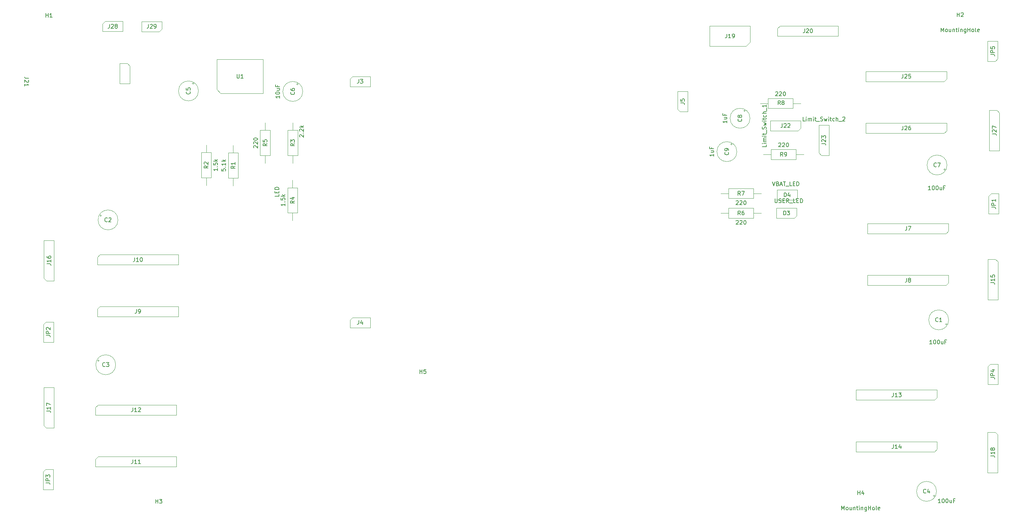
<source format=gbr>
%TF.GenerationSoftware,KiCad,Pcbnew,6.0.2+dfsg-1*%
%TF.CreationDate,2023-03-15T19:16:12+01:00*%
%TF.ProjectId,main_PCB,6d61696e-5f50-4434-922e-6b696361645f,rev?*%
%TF.SameCoordinates,Original*%
%TF.FileFunction,AssemblyDrawing,Top*%
%FSLAX46Y46*%
G04 Gerber Fmt 4.6, Leading zero omitted, Abs format (unit mm)*
G04 Created by KiCad (PCBNEW 6.0.2+dfsg-1) date 2023-03-15 19:16:12*
%MOMM*%
%LPD*%
G01*
G04 APERTURE LIST*
%ADD10C,0.150000*%
%ADD11C,0.100000*%
G04 APERTURE END LIST*
D10*
%TO.C,C7*%
X251425067Y-73248780D02*
X250853639Y-73248780D01*
X251139353Y-73248780D02*
X251139353Y-72248780D01*
X251044115Y-72391638D01*
X250948877Y-72486876D01*
X250853639Y-72534495D01*
X252044115Y-72248780D02*
X252139353Y-72248780D01*
X252234591Y-72296400D01*
X252282210Y-72344019D01*
X252329829Y-72439257D01*
X252377448Y-72629733D01*
X252377448Y-72867828D01*
X252329829Y-73058304D01*
X252282210Y-73153542D01*
X252234591Y-73201161D01*
X252139353Y-73248780D01*
X252044115Y-73248780D01*
X251948877Y-73201161D01*
X251901258Y-73153542D01*
X251853639Y-73058304D01*
X251806020Y-72867828D01*
X251806020Y-72629733D01*
X251853639Y-72439257D01*
X251901258Y-72344019D01*
X251948877Y-72296400D01*
X252044115Y-72248780D01*
X252996496Y-72248780D02*
X253091734Y-72248780D01*
X253186972Y-72296400D01*
X253234591Y-72344019D01*
X253282210Y-72439257D01*
X253329829Y-72629733D01*
X253329829Y-72867828D01*
X253282210Y-73058304D01*
X253234591Y-73153542D01*
X253186972Y-73201161D01*
X253091734Y-73248780D01*
X252996496Y-73248780D01*
X252901258Y-73201161D01*
X252853639Y-73153542D01*
X252806020Y-73058304D01*
X252758401Y-72867828D01*
X252758401Y-72629733D01*
X252806020Y-72439257D01*
X252853639Y-72344019D01*
X252901258Y-72296400D01*
X252996496Y-72248780D01*
X254186972Y-72582114D02*
X254186972Y-73248780D01*
X253758401Y-72582114D02*
X253758401Y-73105923D01*
X253806020Y-73201161D01*
X253901258Y-73248780D01*
X254044115Y-73248780D01*
X254139353Y-73201161D01*
X254186972Y-73153542D01*
X254996496Y-72724971D02*
X254663163Y-72724971D01*
X254663163Y-73248780D02*
X254663163Y-72248780D01*
X255139353Y-72248780D01*
X252862733Y-67387742D02*
X252815114Y-67435361D01*
X252672257Y-67482980D01*
X252577019Y-67482980D01*
X252434161Y-67435361D01*
X252338923Y-67340123D01*
X252291304Y-67244885D01*
X252243685Y-67054409D01*
X252243685Y-66911552D01*
X252291304Y-66721076D01*
X252338923Y-66625838D01*
X252434161Y-66530600D01*
X252577019Y-66482980D01*
X252672257Y-66482980D01*
X252815114Y-66530600D01*
X252862733Y-66578219D01*
X253196066Y-66482980D02*
X253862733Y-66482980D01*
X253434161Y-67482980D01*
%TO.C,R8*%
X212502904Y-48739619D02*
X212550523Y-48692000D01*
X212645761Y-48644380D01*
X212883857Y-48644380D01*
X212979095Y-48692000D01*
X213026714Y-48739619D01*
X213074333Y-48834857D01*
X213074333Y-48930095D01*
X213026714Y-49072952D01*
X212455285Y-49644380D01*
X213074333Y-49644380D01*
X213455285Y-48739619D02*
X213502904Y-48692000D01*
X213598142Y-48644380D01*
X213836238Y-48644380D01*
X213931476Y-48692000D01*
X213979095Y-48739619D01*
X214026714Y-48834857D01*
X214026714Y-48930095D01*
X213979095Y-49072952D01*
X213407666Y-49644380D01*
X214026714Y-49644380D01*
X214645761Y-48644380D02*
X214741000Y-48644380D01*
X214836238Y-48692000D01*
X214883857Y-48739619D01*
X214931476Y-48834857D01*
X214979095Y-49025333D01*
X214979095Y-49263428D01*
X214931476Y-49453904D01*
X214883857Y-49549142D01*
X214836238Y-49596761D01*
X214741000Y-49644380D01*
X214645761Y-49644380D01*
X214550523Y-49596761D01*
X214502904Y-49549142D01*
X214455285Y-49453904D01*
X214407666Y-49263428D01*
X214407666Y-49025333D01*
X214455285Y-48834857D01*
X214502904Y-48739619D01*
X214550523Y-48692000D01*
X214645761Y-48644380D01*
X213701333Y-51887380D02*
X213368000Y-51411190D01*
X213129904Y-51887380D02*
X213129904Y-50887380D01*
X213510857Y-50887380D01*
X213606095Y-50935000D01*
X213653714Y-50982619D01*
X213701333Y-51077857D01*
X213701333Y-51220714D01*
X213653714Y-51315952D01*
X213606095Y-51363571D01*
X213510857Y-51411190D01*
X213129904Y-51411190D01*
X214272761Y-51315952D02*
X214177523Y-51268333D01*
X214129904Y-51220714D01*
X214082285Y-51125476D01*
X214082285Y-51077857D01*
X214129904Y-50982619D01*
X214177523Y-50935000D01*
X214272761Y-50887380D01*
X214463238Y-50887380D01*
X214558476Y-50935000D01*
X214606095Y-50982619D01*
X214653714Y-51077857D01*
X214653714Y-51125476D01*
X214606095Y-51220714D01*
X214558476Y-51268333D01*
X214463238Y-51315952D01*
X214272761Y-51315952D01*
X214177523Y-51363571D01*
X214129904Y-51411190D01*
X214082285Y-51506428D01*
X214082285Y-51696904D01*
X214129904Y-51792142D01*
X214177523Y-51839761D01*
X214272761Y-51887380D01*
X214463238Y-51887380D01*
X214558476Y-51839761D01*
X214606095Y-51792142D01*
X214653714Y-51696904D01*
X214653714Y-51506428D01*
X214606095Y-51411190D01*
X214558476Y-51363571D01*
X214463238Y-51315952D01*
%TO.C,J25*%
X244503676Y-44237380D02*
X244503676Y-44951666D01*
X244456057Y-45094523D01*
X244360819Y-45189761D01*
X244217961Y-45237380D01*
X244122723Y-45237380D01*
X244932247Y-44332619D02*
X244979866Y-44285000D01*
X245075104Y-44237380D01*
X245313200Y-44237380D01*
X245408438Y-44285000D01*
X245456057Y-44332619D01*
X245503676Y-44427857D01*
X245503676Y-44523095D01*
X245456057Y-44665952D01*
X244884628Y-45237380D01*
X245503676Y-45237380D01*
X246408438Y-44237380D02*
X245932247Y-44237380D01*
X245884628Y-44713571D01*
X245932247Y-44665952D01*
X246027485Y-44618333D01*
X246265580Y-44618333D01*
X246360819Y-44665952D01*
X246408438Y-44713571D01*
X246456057Y-44808809D01*
X246456057Y-45046904D01*
X246408438Y-45142142D01*
X246360819Y-45189761D01*
X246265580Y-45237380D01*
X246027485Y-45237380D01*
X245932247Y-45189761D01*
X245884628Y-45142142D01*
%TO.C,JP3*%
X29348180Y-146807133D02*
X30062466Y-146807133D01*
X30205323Y-146854752D01*
X30300561Y-146949990D01*
X30348180Y-147092847D01*
X30348180Y-147188085D01*
X30348180Y-146330942D02*
X29348180Y-146330942D01*
X29348180Y-145949990D01*
X29395800Y-145854752D01*
X29443419Y-145807133D01*
X29538657Y-145759514D01*
X29681514Y-145759514D01*
X29776752Y-145807133D01*
X29824371Y-145854752D01*
X29871990Y-145949990D01*
X29871990Y-146330942D01*
X29348180Y-145426180D02*
X29348180Y-144807133D01*
X29729133Y-145140466D01*
X29729133Y-144997609D01*
X29776752Y-144902371D01*
X29824371Y-144854752D01*
X29919609Y-144807133D01*
X30157704Y-144807133D01*
X30252942Y-144854752D01*
X30300561Y-144902371D01*
X30348180Y-144997609D01*
X30348180Y-145283323D01*
X30300561Y-145378561D01*
X30252942Y-145426180D01*
%TO.C,H1*%
X29337095Y-29916380D02*
X29337095Y-28916380D01*
X29337095Y-29392571D02*
X29908523Y-29392571D01*
X29908523Y-29916380D02*
X29908523Y-28916380D01*
X30908523Y-29916380D02*
X30337095Y-29916380D01*
X30622809Y-29916380D02*
X30622809Y-28916380D01*
X30527571Y-29059238D01*
X30432333Y-29154476D01*
X30337095Y-29202095D01*
%TO.C,J16*%
X29583606Y-91831897D02*
X30297892Y-91831897D01*
X30440749Y-91879516D01*
X30535987Y-91974754D01*
X30583606Y-92117612D01*
X30583606Y-92212850D01*
X30583606Y-90831897D02*
X30583606Y-91403326D01*
X30583606Y-91117612D02*
X29583606Y-91117612D01*
X29726464Y-91212850D01*
X29821702Y-91308088D01*
X29869321Y-91403326D01*
X29583606Y-89974754D02*
X29583606Y-90165231D01*
X29631226Y-90260469D01*
X29678845Y-90308088D01*
X29821702Y-90403326D01*
X30012178Y-90450945D01*
X30393130Y-90450945D01*
X30488368Y-90403326D01*
X30535987Y-90355707D01*
X30583606Y-90260469D01*
X30583606Y-90069993D01*
X30535987Y-89974754D01*
X30488368Y-89927135D01*
X30393130Y-89879516D01*
X30155035Y-89879516D01*
X30059797Y-89927135D01*
X30012178Y-89974754D01*
X29964559Y-90069993D01*
X29964559Y-90260469D01*
X30012178Y-90355707D01*
X30059797Y-90403326D01*
X30155035Y-90450945D01*
%TO.C,H4*%
X229097485Y-153629780D02*
X229097485Y-152629780D01*
X229430819Y-153344066D01*
X229764152Y-152629780D01*
X229764152Y-153629780D01*
X230383200Y-153629780D02*
X230287961Y-153582161D01*
X230240342Y-153534542D01*
X230192723Y-153439304D01*
X230192723Y-153153590D01*
X230240342Y-153058352D01*
X230287961Y-153010733D01*
X230383200Y-152963114D01*
X230526057Y-152963114D01*
X230621295Y-153010733D01*
X230668914Y-153058352D01*
X230716533Y-153153590D01*
X230716533Y-153439304D01*
X230668914Y-153534542D01*
X230621295Y-153582161D01*
X230526057Y-153629780D01*
X230383200Y-153629780D01*
X231573676Y-152963114D02*
X231573676Y-153629780D01*
X231145104Y-152963114D02*
X231145104Y-153486923D01*
X231192723Y-153582161D01*
X231287961Y-153629780D01*
X231430819Y-153629780D01*
X231526057Y-153582161D01*
X231573676Y-153534542D01*
X232049866Y-152963114D02*
X232049866Y-153629780D01*
X232049866Y-153058352D02*
X232097485Y-153010733D01*
X232192723Y-152963114D01*
X232335580Y-152963114D01*
X232430819Y-153010733D01*
X232478438Y-153105971D01*
X232478438Y-153629780D01*
X232811771Y-152963114D02*
X233192723Y-152963114D01*
X232954628Y-152629780D02*
X232954628Y-153486923D01*
X233002247Y-153582161D01*
X233097485Y-153629780D01*
X233192723Y-153629780D01*
X233526057Y-153629780D02*
X233526057Y-152963114D01*
X233526057Y-152629780D02*
X233478438Y-152677400D01*
X233526057Y-152725019D01*
X233573676Y-152677400D01*
X233526057Y-152629780D01*
X233526057Y-152725019D01*
X234002247Y-152963114D02*
X234002247Y-153629780D01*
X234002247Y-153058352D02*
X234049866Y-153010733D01*
X234145104Y-152963114D01*
X234287961Y-152963114D01*
X234383200Y-153010733D01*
X234430819Y-153105971D01*
X234430819Y-153629780D01*
X235335580Y-152963114D02*
X235335580Y-153772638D01*
X235287961Y-153867876D01*
X235240342Y-153915495D01*
X235145104Y-153963114D01*
X235002247Y-153963114D01*
X234907009Y-153915495D01*
X235335580Y-153582161D02*
X235240342Y-153629780D01*
X235049866Y-153629780D01*
X234954628Y-153582161D01*
X234907009Y-153534542D01*
X234859390Y-153439304D01*
X234859390Y-153153590D01*
X234907009Y-153058352D01*
X234954628Y-153010733D01*
X235049866Y-152963114D01*
X235240342Y-152963114D01*
X235335580Y-153010733D01*
X235811771Y-153629780D02*
X235811771Y-152629780D01*
X235811771Y-153105971D02*
X236383200Y-153105971D01*
X236383200Y-153629780D02*
X236383200Y-152629780D01*
X237002247Y-153629780D02*
X236907009Y-153582161D01*
X236859390Y-153534542D01*
X236811771Y-153439304D01*
X236811771Y-153153590D01*
X236859390Y-153058352D01*
X236907009Y-153010733D01*
X237002247Y-152963114D01*
X237145104Y-152963114D01*
X237240342Y-153010733D01*
X237287961Y-153058352D01*
X237335580Y-153153590D01*
X237335580Y-153439304D01*
X237287961Y-153534542D01*
X237240342Y-153582161D01*
X237145104Y-153629780D01*
X237002247Y-153629780D01*
X237907009Y-153629780D02*
X237811771Y-153582161D01*
X237764152Y-153486923D01*
X237764152Y-152629780D01*
X238668914Y-153582161D02*
X238573676Y-153629780D01*
X238383200Y-153629780D01*
X238287961Y-153582161D01*
X238240342Y-153486923D01*
X238240342Y-153105971D01*
X238287961Y-153010733D01*
X238383200Y-152963114D01*
X238573676Y-152963114D01*
X238668914Y-153010733D01*
X238716533Y-153105971D01*
X238716533Y-153201209D01*
X238240342Y-153296447D01*
X233121295Y-149829780D02*
X233121295Y-148829780D01*
X233121295Y-149305971D02*
X233692723Y-149305971D01*
X233692723Y-149829780D02*
X233692723Y-148829780D01*
X234597485Y-149163114D02*
X234597485Y-149829780D01*
X234359390Y-148782161D02*
X234121295Y-149496447D01*
X234740342Y-149496447D01*
%TO.C,J19*%
X200231476Y-34123380D02*
X200231476Y-34837666D01*
X200183857Y-34980523D01*
X200088619Y-35075761D01*
X199945761Y-35123380D01*
X199850523Y-35123380D01*
X201231476Y-35123380D02*
X200660047Y-35123380D01*
X200945761Y-35123380D02*
X200945761Y-34123380D01*
X200850523Y-34266238D01*
X200755285Y-34361476D01*
X200660047Y-34409095D01*
X201707666Y-35123380D02*
X201898142Y-35123380D01*
X201993380Y-35075761D01*
X202041000Y-35028142D01*
X202136238Y-34885285D01*
X202183857Y-34694809D01*
X202183857Y-34313857D01*
X202136238Y-34218619D01*
X202088619Y-34171000D01*
X201993380Y-34123380D01*
X201802904Y-34123380D01*
X201707666Y-34171000D01*
X201660047Y-34218619D01*
X201612428Y-34313857D01*
X201612428Y-34551952D01*
X201660047Y-34647190D01*
X201707666Y-34694809D01*
X201802904Y-34742428D01*
X201993380Y-34742428D01*
X202088619Y-34694809D01*
X202136238Y-34647190D01*
X202183857Y-34551952D01*
%TO.C,D2*%
X87802980Y-74404457D02*
X87802980Y-74880647D01*
X86802980Y-74880647D01*
X87279171Y-74071123D02*
X87279171Y-73737790D01*
X87802980Y-73594933D02*
X87802980Y-74071123D01*
X86802980Y-74071123D01*
X86802980Y-73594933D01*
X87802980Y-73166361D02*
X86802980Y-73166361D01*
X86802980Y-72928266D01*
X86850600Y-72785409D01*
X86945838Y-72690171D01*
X87041076Y-72642552D01*
X87231552Y-72594933D01*
X87374409Y-72594933D01*
X87564885Y-72642552D01*
X87660123Y-72690171D01*
X87755361Y-72785409D01*
X87802980Y-72928266D01*
X87802980Y-73166361D01*
%TO.C,R1*%
X73434780Y-68013152D02*
X73434780Y-68489342D01*
X73910971Y-68536961D01*
X73863352Y-68489342D01*
X73815733Y-68394104D01*
X73815733Y-68156009D01*
X73863352Y-68060771D01*
X73910971Y-68013152D01*
X74006209Y-67965533D01*
X74244304Y-67965533D01*
X74339542Y-68013152D01*
X74387161Y-68060771D01*
X74434780Y-68156009D01*
X74434780Y-68394104D01*
X74387161Y-68489342D01*
X74339542Y-68536961D01*
X74339542Y-67536961D02*
X74387161Y-67489342D01*
X74434780Y-67536961D01*
X74387161Y-67584580D01*
X74339542Y-67536961D01*
X74434780Y-67536961D01*
X74434780Y-66536961D02*
X74434780Y-67108390D01*
X74434780Y-66822676D02*
X73434780Y-66822676D01*
X73577638Y-66917914D01*
X73672876Y-67013152D01*
X73720495Y-67108390D01*
X74434780Y-66108390D02*
X73434780Y-66108390D01*
X74053828Y-66013152D02*
X74434780Y-65727438D01*
X73768114Y-65727438D02*
X74149066Y-66108390D01*
X76804780Y-67298866D02*
X76328590Y-67632200D01*
X76804780Y-67870295D02*
X75804780Y-67870295D01*
X75804780Y-67489342D01*
X75852400Y-67394104D01*
X75900019Y-67346485D01*
X75995257Y-67298866D01*
X76138114Y-67298866D01*
X76233352Y-67346485D01*
X76280971Y-67394104D01*
X76328590Y-67489342D01*
X76328590Y-67870295D01*
X76804780Y-66346485D02*
X76804780Y-66917914D01*
X76804780Y-66632200D02*
X75804780Y-66632200D01*
X75947638Y-66727438D01*
X76042876Y-66822676D01*
X76090495Y-66917914D01*
%TO.C,J23*%
X219876095Y-55960380D02*
X219399904Y-55960380D01*
X219399904Y-54960380D01*
X220209428Y-55960380D02*
X220209428Y-55293714D01*
X220209428Y-54960380D02*
X220161809Y-55008000D01*
X220209428Y-55055619D01*
X220257047Y-55008000D01*
X220209428Y-54960380D01*
X220209428Y-55055619D01*
X220685619Y-55960380D02*
X220685619Y-55293714D01*
X220685619Y-55388952D02*
X220733238Y-55341333D01*
X220828476Y-55293714D01*
X220971333Y-55293714D01*
X221066571Y-55341333D01*
X221114190Y-55436571D01*
X221114190Y-55960380D01*
X221114190Y-55436571D02*
X221161809Y-55341333D01*
X221257047Y-55293714D01*
X221399904Y-55293714D01*
X221495142Y-55341333D01*
X221542761Y-55436571D01*
X221542761Y-55960380D01*
X222018952Y-55960380D02*
X222018952Y-55293714D01*
X222018952Y-54960380D02*
X221971333Y-55008000D01*
X222018952Y-55055619D01*
X222066571Y-55008000D01*
X222018952Y-54960380D01*
X222018952Y-55055619D01*
X222352285Y-55293714D02*
X222733238Y-55293714D01*
X222495142Y-54960380D02*
X222495142Y-55817523D01*
X222542761Y-55912761D01*
X222638000Y-55960380D01*
X222733238Y-55960380D01*
X222828476Y-56055619D02*
X223590380Y-56055619D01*
X223780857Y-55912761D02*
X223923714Y-55960380D01*
X224161809Y-55960380D01*
X224257047Y-55912761D01*
X224304666Y-55865142D01*
X224352285Y-55769904D01*
X224352285Y-55674666D01*
X224304666Y-55579428D01*
X224257047Y-55531809D01*
X224161809Y-55484190D01*
X223971333Y-55436571D01*
X223876095Y-55388952D01*
X223828476Y-55341333D01*
X223780857Y-55246095D01*
X223780857Y-55150857D01*
X223828476Y-55055619D01*
X223876095Y-55008000D01*
X223971333Y-54960380D01*
X224209428Y-54960380D01*
X224352285Y-55008000D01*
X224685619Y-55293714D02*
X224876095Y-55960380D01*
X225066571Y-55484190D01*
X225257047Y-55960380D01*
X225447523Y-55293714D01*
X225828476Y-55960380D02*
X225828476Y-55293714D01*
X225828476Y-54960380D02*
X225780857Y-55008000D01*
X225828476Y-55055619D01*
X225876095Y-55008000D01*
X225828476Y-54960380D01*
X225828476Y-55055619D01*
X226161809Y-55293714D02*
X226542761Y-55293714D01*
X226304666Y-54960380D02*
X226304666Y-55817523D01*
X226352285Y-55912761D01*
X226447523Y-55960380D01*
X226542761Y-55960380D01*
X227304666Y-55912761D02*
X227209428Y-55960380D01*
X227018952Y-55960380D01*
X226923714Y-55912761D01*
X226876095Y-55865142D01*
X226828476Y-55769904D01*
X226828476Y-55484190D01*
X226876095Y-55388952D01*
X226923714Y-55341333D01*
X227018952Y-55293714D01*
X227209428Y-55293714D01*
X227304666Y-55341333D01*
X227733238Y-55960380D02*
X227733238Y-54960380D01*
X228161809Y-55960380D02*
X228161809Y-55436571D01*
X228114190Y-55341333D01*
X228018952Y-55293714D01*
X227876095Y-55293714D01*
X227780857Y-55341333D01*
X227733238Y-55388952D01*
X228399904Y-56055619D02*
X229161809Y-56055619D01*
X229352285Y-55055619D02*
X229399904Y-55008000D01*
X229495142Y-54960380D01*
X229733238Y-54960380D01*
X229828476Y-55008000D01*
X229876095Y-55055619D01*
X229923714Y-55150857D01*
X229923714Y-55246095D01*
X229876095Y-55388952D01*
X229304666Y-55960380D01*
X229923714Y-55960380D01*
X224090380Y-61627523D02*
X224804666Y-61627523D01*
X224947523Y-61675142D01*
X225042761Y-61770380D01*
X225090380Y-61913238D01*
X225090380Y-62008476D01*
X224185619Y-61198952D02*
X224138000Y-61151333D01*
X224090380Y-61056095D01*
X224090380Y-60818000D01*
X224138000Y-60722761D01*
X224185619Y-60675142D01*
X224280857Y-60627523D01*
X224376095Y-60627523D01*
X224518952Y-60675142D01*
X225090380Y-61246571D01*
X225090380Y-60627523D01*
X224090380Y-60294190D02*
X224090380Y-59675142D01*
X224471333Y-60008476D01*
X224471333Y-59865619D01*
X224518952Y-59770380D01*
X224566571Y-59722761D01*
X224661809Y-59675142D01*
X224899904Y-59675142D01*
X224995142Y-59722761D01*
X225042761Y-59770380D01*
X225090380Y-59865619D01*
X225090380Y-60151333D01*
X225042761Y-60246571D01*
X224995142Y-60294190D01*
%TO.C,C4*%
X253900181Y-151836380D02*
X253328753Y-151836380D01*
X253614467Y-151836380D02*
X253614467Y-150836380D01*
X253519229Y-150979238D01*
X253423991Y-151074476D01*
X253328753Y-151122095D01*
X254519229Y-150836380D02*
X254614467Y-150836380D01*
X254709705Y-150884000D01*
X254757324Y-150931619D01*
X254804943Y-151026857D01*
X254852562Y-151217333D01*
X254852562Y-151455428D01*
X254804943Y-151645904D01*
X254757324Y-151741142D01*
X254709705Y-151788761D01*
X254614467Y-151836380D01*
X254519229Y-151836380D01*
X254423991Y-151788761D01*
X254376372Y-151741142D01*
X254328753Y-151645904D01*
X254281134Y-151455428D01*
X254281134Y-151217333D01*
X254328753Y-151026857D01*
X254376372Y-150931619D01*
X254423991Y-150884000D01*
X254519229Y-150836380D01*
X255471610Y-150836380D02*
X255566848Y-150836380D01*
X255662086Y-150884000D01*
X255709705Y-150931619D01*
X255757324Y-151026857D01*
X255804943Y-151217333D01*
X255804943Y-151455428D01*
X255757324Y-151645904D01*
X255709705Y-151741142D01*
X255662086Y-151788761D01*
X255566848Y-151836380D01*
X255471610Y-151836380D01*
X255376372Y-151788761D01*
X255328753Y-151741142D01*
X255281134Y-151645904D01*
X255233515Y-151455428D01*
X255233515Y-151217333D01*
X255281134Y-151026857D01*
X255328753Y-150931619D01*
X255376372Y-150884000D01*
X255471610Y-150836380D01*
X256662086Y-151169714D02*
X256662086Y-151836380D01*
X256233515Y-151169714D02*
X256233515Y-151693523D01*
X256281134Y-151788761D01*
X256376372Y-151836380D01*
X256519229Y-151836380D01*
X256614467Y-151788761D01*
X256662086Y-151741142D01*
X257471610Y-151312571D02*
X257138277Y-151312571D01*
X257138277Y-151836380D02*
X257138277Y-150836380D01*
X257614467Y-150836380D01*
X250232446Y-149328142D02*
X250184827Y-149375761D01*
X250041970Y-149423380D01*
X249946732Y-149423380D01*
X249803874Y-149375761D01*
X249708636Y-149280523D01*
X249661017Y-149185285D01*
X249613398Y-148994809D01*
X249613398Y-148851952D01*
X249661017Y-148661476D01*
X249708636Y-148566238D01*
X249803874Y-148471000D01*
X249946732Y-148423380D01*
X250041970Y-148423380D01*
X250184827Y-148471000D01*
X250232446Y-148518619D01*
X251089589Y-148756714D02*
X251089589Y-149423380D01*
X250851493Y-148375761D02*
X250613398Y-149090047D01*
X251232446Y-149090047D01*
%TO.C,J18*%
X266482580Y-140026923D02*
X267196866Y-140026923D01*
X267339723Y-140074542D01*
X267434961Y-140169780D01*
X267482580Y-140312638D01*
X267482580Y-140407876D01*
X267482580Y-139026923D02*
X267482580Y-139598352D01*
X267482580Y-139312638D02*
X266482580Y-139312638D01*
X266625438Y-139407876D01*
X266720676Y-139503114D01*
X266768295Y-139598352D01*
X266911152Y-138455495D02*
X266863533Y-138550733D01*
X266815914Y-138598352D01*
X266720676Y-138645971D01*
X266673057Y-138645971D01*
X266577819Y-138598352D01*
X266530200Y-138550733D01*
X266482580Y-138455495D01*
X266482580Y-138265019D01*
X266530200Y-138169780D01*
X266577819Y-138122161D01*
X266673057Y-138074542D01*
X266720676Y-138074542D01*
X266815914Y-138122161D01*
X266863533Y-138169780D01*
X266911152Y-138265019D01*
X266911152Y-138455495D01*
X266958771Y-138550733D01*
X267006390Y-138598352D01*
X267101628Y-138645971D01*
X267292104Y-138645971D01*
X267387342Y-138598352D01*
X267434961Y-138550733D01*
X267482580Y-138455495D01*
X267482580Y-138265019D01*
X267434961Y-138169780D01*
X267387342Y-138122161D01*
X267292104Y-138074542D01*
X267101628Y-138074542D01*
X267006390Y-138122161D01*
X266958771Y-138169780D01*
X266911152Y-138265019D01*
%TO.C,H3*%
X56896095Y-151963380D02*
X56896095Y-150963380D01*
X56896095Y-151439571D02*
X57467523Y-151439571D01*
X57467523Y-151963380D02*
X57467523Y-150963380D01*
X57848476Y-150963380D02*
X58467523Y-150963380D01*
X58134190Y-151344333D01*
X58277047Y-151344333D01*
X58372285Y-151391952D01*
X58419904Y-151439571D01*
X58467523Y-151534809D01*
X58467523Y-151772904D01*
X58419904Y-151868142D01*
X58372285Y-151915761D01*
X58277047Y-151963380D01*
X57991333Y-151963380D01*
X57896095Y-151915761D01*
X57848476Y-151868142D01*
%TO.C,H5*%
X123190095Y-119375180D02*
X123190095Y-118375180D01*
X123190095Y-118851371D02*
X123761523Y-118851371D01*
X123761523Y-119375180D02*
X123761523Y-118375180D01*
X124713904Y-118375180D02*
X124237714Y-118375180D01*
X124190095Y-118851371D01*
X124237714Y-118803752D01*
X124332952Y-118756133D01*
X124571047Y-118756133D01*
X124666285Y-118803752D01*
X124713904Y-118851371D01*
X124761523Y-118946609D01*
X124761523Y-119184704D01*
X124713904Y-119279942D01*
X124666285Y-119327561D01*
X124571047Y-119375180D01*
X124332952Y-119375180D01*
X124237714Y-119327561D01*
X124190095Y-119279942D01*
%TO.C,D4*%
X211726247Y-71233180D02*
X212059580Y-72233180D01*
X212392914Y-71233180D01*
X213059580Y-71709371D02*
X213202438Y-71756990D01*
X213250057Y-71804609D01*
X213297676Y-71899847D01*
X213297676Y-72042704D01*
X213250057Y-72137942D01*
X213202438Y-72185561D01*
X213107200Y-72233180D01*
X212726247Y-72233180D01*
X212726247Y-71233180D01*
X213059580Y-71233180D01*
X213154819Y-71280800D01*
X213202438Y-71328419D01*
X213250057Y-71423657D01*
X213250057Y-71518895D01*
X213202438Y-71614133D01*
X213154819Y-71661752D01*
X213059580Y-71709371D01*
X212726247Y-71709371D01*
X213678628Y-71947466D02*
X214154819Y-71947466D01*
X213583390Y-72233180D02*
X213916723Y-71233180D01*
X214250057Y-72233180D01*
X214440533Y-71233180D02*
X215011961Y-71233180D01*
X214726247Y-72233180D02*
X214726247Y-71233180D01*
X215107200Y-72328419D02*
X215869104Y-72328419D01*
X216583390Y-72233180D02*
X216107200Y-72233180D01*
X216107200Y-71233180D01*
X216916723Y-71709371D02*
X217250057Y-71709371D01*
X217392914Y-72233180D02*
X216916723Y-72233180D01*
X216916723Y-71233180D01*
X217392914Y-71233180D01*
X217821485Y-72233180D02*
X217821485Y-71233180D01*
X218059580Y-71233180D01*
X218202438Y-71280800D01*
X218297676Y-71376038D01*
X218345295Y-71471276D01*
X218392914Y-71661752D01*
X218392914Y-71804609D01*
X218345295Y-71995085D01*
X218297676Y-72090323D01*
X218202438Y-72185561D01*
X218059580Y-72233180D01*
X217821485Y-72233180D01*
X214653904Y-75001380D02*
X214653904Y-74001380D01*
X214892000Y-74001380D01*
X215034857Y-74049000D01*
X215130095Y-74144238D01*
X215177714Y-74239476D01*
X215225333Y-74429952D01*
X215225333Y-74572809D01*
X215177714Y-74763285D01*
X215130095Y-74858523D01*
X215034857Y-74953761D01*
X214892000Y-75001380D01*
X214653904Y-75001380D01*
X216082476Y-74334714D02*
X216082476Y-75001380D01*
X215844380Y-73953761D02*
X215606285Y-74668047D01*
X216225333Y-74668047D01*
%TO.C,U1*%
X77309095Y-44215480D02*
X77309095Y-45025004D01*
X77356714Y-45120242D01*
X77404333Y-45167861D01*
X77499571Y-45215480D01*
X77690047Y-45215480D01*
X77785285Y-45167861D01*
X77832904Y-45120242D01*
X77880523Y-45025004D01*
X77880523Y-44215480D01*
X78880523Y-45215480D02*
X78309095Y-45215480D01*
X78594809Y-45215480D02*
X78594809Y-44215480D01*
X78499571Y-44358338D01*
X78404333Y-44453576D01*
X78309095Y-44501195D01*
%TO.C,J22*%
X210138380Y-61936904D02*
X210138380Y-62413095D01*
X209138380Y-62413095D01*
X210138380Y-61603571D02*
X209471714Y-61603571D01*
X209138380Y-61603571D02*
X209186000Y-61651190D01*
X209233619Y-61603571D01*
X209186000Y-61555952D01*
X209138380Y-61603571D01*
X209233619Y-61603571D01*
X210138380Y-61127380D02*
X209471714Y-61127380D01*
X209566952Y-61127380D02*
X209519333Y-61079761D01*
X209471714Y-60984523D01*
X209471714Y-60841666D01*
X209519333Y-60746428D01*
X209614571Y-60698809D01*
X210138380Y-60698809D01*
X209614571Y-60698809D02*
X209519333Y-60651190D01*
X209471714Y-60555952D01*
X209471714Y-60413095D01*
X209519333Y-60317857D01*
X209614571Y-60270238D01*
X210138380Y-60270238D01*
X210138380Y-59794047D02*
X209471714Y-59794047D01*
X209138380Y-59794047D02*
X209186000Y-59841666D01*
X209233619Y-59794047D01*
X209186000Y-59746428D01*
X209138380Y-59794047D01*
X209233619Y-59794047D01*
X209471714Y-59460714D02*
X209471714Y-59079761D01*
X209138380Y-59317857D02*
X209995523Y-59317857D01*
X210090761Y-59270238D01*
X210138380Y-59175000D01*
X210138380Y-59079761D01*
X210233619Y-58984523D02*
X210233619Y-58222619D01*
X210090761Y-58032142D02*
X210138380Y-57889285D01*
X210138380Y-57651190D01*
X210090761Y-57555952D01*
X210043142Y-57508333D01*
X209947904Y-57460714D01*
X209852666Y-57460714D01*
X209757428Y-57508333D01*
X209709809Y-57555952D01*
X209662190Y-57651190D01*
X209614571Y-57841666D01*
X209566952Y-57936904D01*
X209519333Y-57984523D01*
X209424095Y-58032142D01*
X209328857Y-58032142D01*
X209233619Y-57984523D01*
X209186000Y-57936904D01*
X209138380Y-57841666D01*
X209138380Y-57603571D01*
X209186000Y-57460714D01*
X209471714Y-57127380D02*
X210138380Y-56936904D01*
X209662190Y-56746428D01*
X210138380Y-56555952D01*
X209471714Y-56365476D01*
X210138380Y-55984523D02*
X209471714Y-55984523D01*
X209138380Y-55984523D02*
X209186000Y-56032142D01*
X209233619Y-55984523D01*
X209186000Y-55936904D01*
X209138380Y-55984523D01*
X209233619Y-55984523D01*
X209471714Y-55651190D02*
X209471714Y-55270238D01*
X209138380Y-55508333D02*
X209995523Y-55508333D01*
X210090761Y-55460714D01*
X210138380Y-55365476D01*
X210138380Y-55270238D01*
X210090761Y-54508333D02*
X210138380Y-54603571D01*
X210138380Y-54794047D01*
X210090761Y-54889285D01*
X210043142Y-54936904D01*
X209947904Y-54984523D01*
X209662190Y-54984523D01*
X209566952Y-54936904D01*
X209519333Y-54889285D01*
X209471714Y-54794047D01*
X209471714Y-54603571D01*
X209519333Y-54508333D01*
X210138380Y-54079761D02*
X209138380Y-54079761D01*
X210138380Y-53651190D02*
X209614571Y-53651190D01*
X209519333Y-53698809D01*
X209471714Y-53794047D01*
X209471714Y-53936904D01*
X209519333Y-54032142D01*
X209566952Y-54079761D01*
X210233619Y-53413095D02*
X210233619Y-52651190D01*
X210138380Y-51889285D02*
X210138380Y-52460714D01*
X210138380Y-52175000D02*
X209138380Y-52175000D01*
X209281238Y-52270238D01*
X209376476Y-52365476D01*
X209424095Y-52460714D01*
X214186476Y-56627380D02*
X214186476Y-57341666D01*
X214138857Y-57484523D01*
X214043619Y-57579761D01*
X213900761Y-57627380D01*
X213805523Y-57627380D01*
X214615047Y-56722619D02*
X214662666Y-56675000D01*
X214757904Y-56627380D01*
X214996000Y-56627380D01*
X215091238Y-56675000D01*
X215138857Y-56722619D01*
X215186476Y-56817857D01*
X215186476Y-56913095D01*
X215138857Y-57055952D01*
X214567428Y-57627380D01*
X215186476Y-57627380D01*
X215567428Y-56722619D02*
X215615047Y-56675000D01*
X215710285Y-56627380D01*
X215948380Y-56627380D01*
X216043619Y-56675000D01*
X216091238Y-56722619D01*
X216138857Y-56817857D01*
X216138857Y-56913095D01*
X216091238Y-57055952D01*
X215519809Y-57627380D01*
X216138857Y-57627380D01*
%TO.C,J11*%
X51158876Y-140976380D02*
X51158876Y-141690666D01*
X51111257Y-141833523D01*
X51016019Y-141928761D01*
X50873161Y-141976380D01*
X50777923Y-141976380D01*
X52158876Y-141976380D02*
X51587447Y-141976380D01*
X51873161Y-141976380D02*
X51873161Y-140976380D01*
X51777923Y-141119238D01*
X51682685Y-141214476D01*
X51587447Y-141262095D01*
X53111257Y-141976380D02*
X52539828Y-141976380D01*
X52825542Y-141976380D02*
X52825542Y-140976380D01*
X52730304Y-141119238D01*
X52635066Y-141214476D01*
X52539828Y-141262095D01*
%TO.C,J28*%
X45311476Y-31685380D02*
X45311476Y-32399666D01*
X45263857Y-32542523D01*
X45168619Y-32637761D01*
X45025761Y-32685380D01*
X44930523Y-32685380D01*
X45740047Y-31780619D02*
X45787666Y-31733000D01*
X45882904Y-31685380D01*
X46121000Y-31685380D01*
X46216238Y-31733000D01*
X46263857Y-31780619D01*
X46311476Y-31875857D01*
X46311476Y-31971095D01*
X46263857Y-32113952D01*
X45692428Y-32685380D01*
X46311476Y-32685380D01*
X46882904Y-32113952D02*
X46787666Y-32066333D01*
X46740047Y-32018714D01*
X46692428Y-31923476D01*
X46692428Y-31875857D01*
X46740047Y-31780619D01*
X46787666Y-31733000D01*
X46882904Y-31685380D01*
X47073380Y-31685380D01*
X47168619Y-31733000D01*
X47216238Y-31780619D01*
X47263857Y-31875857D01*
X47263857Y-31923476D01*
X47216238Y-32018714D01*
X47168619Y-32066333D01*
X47073380Y-32113952D01*
X46882904Y-32113952D01*
X46787666Y-32161571D01*
X46740047Y-32209190D01*
X46692428Y-32304428D01*
X46692428Y-32494904D01*
X46740047Y-32590142D01*
X46787666Y-32637761D01*
X46882904Y-32685380D01*
X47073380Y-32685380D01*
X47168619Y-32637761D01*
X47216238Y-32590142D01*
X47263857Y-32494904D01*
X47263857Y-32304428D01*
X47216238Y-32209190D01*
X47168619Y-32161571D01*
X47073380Y-32113952D01*
%TO.C,J13*%
X242091076Y-124232580D02*
X242091076Y-124946866D01*
X242043457Y-125089723D01*
X241948219Y-125184961D01*
X241805361Y-125232580D01*
X241710123Y-125232580D01*
X243091076Y-125232580D02*
X242519647Y-125232580D01*
X242805361Y-125232580D02*
X242805361Y-124232580D01*
X242710123Y-124375438D01*
X242614885Y-124470676D01*
X242519647Y-124518295D01*
X243424409Y-124232580D02*
X244043457Y-124232580D01*
X243710123Y-124613533D01*
X243852980Y-124613533D01*
X243948219Y-124661152D01*
X243995838Y-124708771D01*
X244043457Y-124804009D01*
X244043457Y-125042104D01*
X243995838Y-125137342D01*
X243948219Y-125184961D01*
X243852980Y-125232580D01*
X243567266Y-125232580D01*
X243472028Y-125184961D01*
X243424409Y-125137342D01*
%TO.C,R5*%
X81556419Y-62706095D02*
X81508800Y-62658476D01*
X81461180Y-62563238D01*
X81461180Y-62325142D01*
X81508800Y-62229904D01*
X81556419Y-62182285D01*
X81651657Y-62134666D01*
X81746895Y-62134666D01*
X81889752Y-62182285D01*
X82461180Y-62753714D01*
X82461180Y-62134666D01*
X81556419Y-61753714D02*
X81508800Y-61706095D01*
X81461180Y-61610857D01*
X81461180Y-61372761D01*
X81508800Y-61277523D01*
X81556419Y-61229904D01*
X81651657Y-61182285D01*
X81746895Y-61182285D01*
X81889752Y-61229904D01*
X82461180Y-61801333D01*
X82461180Y-61182285D01*
X81461180Y-60563238D02*
X81461180Y-60468000D01*
X81508800Y-60372761D01*
X81556419Y-60325142D01*
X81651657Y-60277523D01*
X81842133Y-60229904D01*
X82080228Y-60229904D01*
X82270704Y-60277523D01*
X82365942Y-60325142D01*
X82413561Y-60372761D01*
X82461180Y-60468000D01*
X82461180Y-60563238D01*
X82413561Y-60658476D01*
X82365942Y-60706095D01*
X82270704Y-60753714D01*
X82080228Y-60801333D01*
X81842133Y-60801333D01*
X81651657Y-60753714D01*
X81556419Y-60706095D01*
X81508800Y-60658476D01*
X81461180Y-60563238D01*
X84831180Y-61634666D02*
X84354990Y-61968000D01*
X84831180Y-62206095D02*
X83831180Y-62206095D01*
X83831180Y-61825142D01*
X83878800Y-61729904D01*
X83926419Y-61682285D01*
X84021657Y-61634666D01*
X84164514Y-61634666D01*
X84259752Y-61682285D01*
X84307371Y-61729904D01*
X84354990Y-61825142D01*
X84354990Y-62206095D01*
X83831180Y-60729904D02*
X83831180Y-61206095D01*
X84307371Y-61253714D01*
X84259752Y-61206095D01*
X84212133Y-61110857D01*
X84212133Y-60872761D01*
X84259752Y-60777523D01*
X84307371Y-60729904D01*
X84402609Y-60682285D01*
X84640704Y-60682285D01*
X84735942Y-60729904D01*
X84783561Y-60777523D01*
X84831180Y-60872761D01*
X84831180Y-61110857D01*
X84783561Y-61206095D01*
X84735942Y-61253714D01*
%TO.C,J27*%
X266888580Y-59188723D02*
X267602866Y-59188723D01*
X267745723Y-59236342D01*
X267840961Y-59331580D01*
X267888580Y-59474438D01*
X267888580Y-59569676D01*
X266983819Y-58760152D02*
X266936200Y-58712533D01*
X266888580Y-58617295D01*
X266888580Y-58379200D01*
X266936200Y-58283961D01*
X266983819Y-58236342D01*
X267079057Y-58188723D01*
X267174295Y-58188723D01*
X267317152Y-58236342D01*
X267888580Y-58807771D01*
X267888580Y-58188723D01*
X266888580Y-57855390D02*
X266888580Y-57188723D01*
X267888580Y-57617295D01*
%TO.C,C9*%
X196981380Y-64267126D02*
X196981380Y-64838554D01*
X196981380Y-64552840D02*
X195981380Y-64552840D01*
X196124238Y-64648078D01*
X196219476Y-64743316D01*
X196267095Y-64838554D01*
X196314714Y-63409983D02*
X196981380Y-63409983D01*
X196314714Y-63838554D02*
X196838523Y-63838554D01*
X196933761Y-63790935D01*
X196981380Y-63695697D01*
X196981380Y-63552840D01*
X196933761Y-63457602D01*
X196886142Y-63409983D01*
X196457571Y-62600459D02*
X196457571Y-62933792D01*
X196981380Y-62933792D02*
X195981380Y-62933792D01*
X195981380Y-62457602D01*
X200636142Y-63838554D02*
X200683761Y-63886173D01*
X200731380Y-64029030D01*
X200731380Y-64124268D01*
X200683761Y-64267126D01*
X200588523Y-64362364D01*
X200493285Y-64409983D01*
X200302809Y-64457602D01*
X200159952Y-64457602D01*
X199969476Y-64409983D01*
X199874238Y-64362364D01*
X199779000Y-64267126D01*
X199731380Y-64124268D01*
X199731380Y-64029030D01*
X199779000Y-63886173D01*
X199826619Y-63838554D01*
X200731380Y-63362364D02*
X200731380Y-63171888D01*
X200683761Y-63076649D01*
X200636142Y-63029030D01*
X200493285Y-62933792D01*
X200302809Y-62886173D01*
X199921857Y-62886173D01*
X199826619Y-62933792D01*
X199779000Y-62981411D01*
X199731380Y-63076649D01*
X199731380Y-63267126D01*
X199779000Y-63362364D01*
X199826619Y-63409983D01*
X199921857Y-63457602D01*
X200159952Y-63457602D01*
X200255190Y-63409983D01*
X200302809Y-63362364D01*
X200350428Y-63267126D01*
X200350428Y-63076649D01*
X200302809Y-62981411D01*
X200255190Y-62933792D01*
X200159952Y-62886173D01*
%TO.C,JP5*%
X266482580Y-39263533D02*
X267196866Y-39263533D01*
X267339723Y-39311152D01*
X267434961Y-39406390D01*
X267482580Y-39549247D01*
X267482580Y-39644485D01*
X267482580Y-38787342D02*
X266482580Y-38787342D01*
X266482580Y-38406390D01*
X266530200Y-38311152D01*
X266577819Y-38263533D01*
X266673057Y-38215914D01*
X266815914Y-38215914D01*
X266911152Y-38263533D01*
X266958771Y-38311152D01*
X267006390Y-38406390D01*
X267006390Y-38787342D01*
X266482580Y-37311152D02*
X266482580Y-37787342D01*
X266958771Y-37834961D01*
X266911152Y-37787342D01*
X266863533Y-37692104D01*
X266863533Y-37454009D01*
X266911152Y-37358771D01*
X266958771Y-37311152D01*
X267054009Y-37263533D01*
X267292104Y-37263533D01*
X267387342Y-37311152D01*
X267434961Y-37358771D01*
X267482580Y-37454009D01*
X267482580Y-37692104D01*
X267434961Y-37787342D01*
X267387342Y-37834961D01*
%TO.C,JP2*%
X29424380Y-109799333D02*
X30138666Y-109799333D01*
X30281523Y-109846952D01*
X30376761Y-109942190D01*
X30424380Y-110085047D01*
X30424380Y-110180285D01*
X30424380Y-109323142D02*
X29424380Y-109323142D01*
X29424380Y-108942190D01*
X29472000Y-108846952D01*
X29519619Y-108799333D01*
X29614857Y-108751714D01*
X29757714Y-108751714D01*
X29852952Y-108799333D01*
X29900571Y-108846952D01*
X29948190Y-108942190D01*
X29948190Y-109323142D01*
X29519619Y-108370761D02*
X29472000Y-108323142D01*
X29424380Y-108227904D01*
X29424380Y-107989809D01*
X29472000Y-107894571D01*
X29519619Y-107846952D01*
X29614857Y-107799333D01*
X29710095Y-107799333D01*
X29852952Y-107846952D01*
X30424380Y-108418380D01*
X30424380Y-107799333D01*
%TO.C,R9*%
X213264904Y-61566619D02*
X213312523Y-61519000D01*
X213407761Y-61471380D01*
X213645857Y-61471380D01*
X213741095Y-61519000D01*
X213788714Y-61566619D01*
X213836333Y-61661857D01*
X213836333Y-61757095D01*
X213788714Y-61899952D01*
X213217285Y-62471380D01*
X213836333Y-62471380D01*
X214217285Y-61566619D02*
X214264904Y-61519000D01*
X214360142Y-61471380D01*
X214598238Y-61471380D01*
X214693476Y-61519000D01*
X214741095Y-61566619D01*
X214788714Y-61661857D01*
X214788714Y-61757095D01*
X214741095Y-61899952D01*
X214169666Y-62471380D01*
X214788714Y-62471380D01*
X215407761Y-61471380D02*
X215503000Y-61471380D01*
X215598238Y-61519000D01*
X215645857Y-61566619D01*
X215693476Y-61661857D01*
X215741095Y-61852333D01*
X215741095Y-62090428D01*
X215693476Y-62280904D01*
X215645857Y-62376142D01*
X215598238Y-62423761D01*
X215503000Y-62471380D01*
X215407761Y-62471380D01*
X215312523Y-62423761D01*
X215264904Y-62376142D01*
X215217285Y-62280904D01*
X215169666Y-62090428D01*
X215169666Y-61852333D01*
X215217285Y-61661857D01*
X215264904Y-61566619D01*
X215312523Y-61519000D01*
X215407761Y-61471380D01*
X214336333Y-64841380D02*
X214003000Y-64365190D01*
X213764904Y-64841380D02*
X213764904Y-63841380D01*
X214145857Y-63841380D01*
X214241095Y-63889000D01*
X214288714Y-63936619D01*
X214336333Y-64031857D01*
X214336333Y-64174714D01*
X214288714Y-64269952D01*
X214241095Y-64317571D01*
X214145857Y-64365190D01*
X213764904Y-64365190D01*
X214812523Y-64841380D02*
X215003000Y-64841380D01*
X215098238Y-64793761D01*
X215145857Y-64746142D01*
X215241095Y-64603285D01*
X215288714Y-64412809D01*
X215288714Y-64031857D01*
X215241095Y-63936619D01*
X215193476Y-63889000D01*
X215098238Y-63841380D01*
X214907761Y-63841380D01*
X214812523Y-63889000D01*
X214764904Y-63936619D01*
X214717285Y-64031857D01*
X214717285Y-64269952D01*
X214764904Y-64365190D01*
X214812523Y-64412809D01*
X214907761Y-64460428D01*
X215098238Y-64460428D01*
X215193476Y-64412809D01*
X215241095Y-64365190D01*
X215288714Y-64269952D01*
%TO.C,R6*%
X202596904Y-81038619D02*
X202644523Y-80991000D01*
X202739761Y-80943380D01*
X202977857Y-80943380D01*
X203073095Y-80991000D01*
X203120714Y-81038619D01*
X203168333Y-81133857D01*
X203168333Y-81229095D01*
X203120714Y-81371952D01*
X202549285Y-81943380D01*
X203168333Y-81943380D01*
X203549285Y-81038619D02*
X203596904Y-80991000D01*
X203692142Y-80943380D01*
X203930238Y-80943380D01*
X204025476Y-80991000D01*
X204073095Y-81038619D01*
X204120714Y-81133857D01*
X204120714Y-81229095D01*
X204073095Y-81371952D01*
X203501666Y-81943380D01*
X204120714Y-81943380D01*
X204739761Y-80943380D02*
X204835000Y-80943380D01*
X204930238Y-80991000D01*
X204977857Y-81038619D01*
X205025476Y-81133857D01*
X205073095Y-81324333D01*
X205073095Y-81562428D01*
X205025476Y-81752904D01*
X204977857Y-81848142D01*
X204930238Y-81895761D01*
X204835000Y-81943380D01*
X204739761Y-81943380D01*
X204644523Y-81895761D01*
X204596904Y-81848142D01*
X204549285Y-81752904D01*
X204501666Y-81562428D01*
X204501666Y-81324333D01*
X204549285Y-81133857D01*
X204596904Y-81038619D01*
X204644523Y-80991000D01*
X204739761Y-80943380D01*
X203668333Y-79573380D02*
X203335000Y-79097190D01*
X203096904Y-79573380D02*
X203096904Y-78573380D01*
X203477857Y-78573380D01*
X203573095Y-78621000D01*
X203620714Y-78668619D01*
X203668333Y-78763857D01*
X203668333Y-78906714D01*
X203620714Y-79001952D01*
X203573095Y-79049571D01*
X203477857Y-79097190D01*
X203096904Y-79097190D01*
X204525476Y-78573380D02*
X204335000Y-78573380D01*
X204239761Y-78621000D01*
X204192142Y-78668619D01*
X204096904Y-78811476D01*
X204049285Y-79001952D01*
X204049285Y-79382904D01*
X204096904Y-79478142D01*
X204144523Y-79525761D01*
X204239761Y-79573380D01*
X204430238Y-79573380D01*
X204525476Y-79525761D01*
X204573095Y-79478142D01*
X204620714Y-79382904D01*
X204620714Y-79144809D01*
X204573095Y-79049571D01*
X204525476Y-79001952D01*
X204430238Y-78954333D01*
X204239761Y-78954333D01*
X204144523Y-79001952D01*
X204096904Y-79049571D01*
X204049285Y-79144809D01*
%TO.C,J4*%
X107886866Y-106046180D02*
X107886866Y-106760466D01*
X107839247Y-106903323D01*
X107744009Y-106998561D01*
X107601152Y-107046180D01*
X107505914Y-107046180D01*
X108791628Y-106379514D02*
X108791628Y-107046180D01*
X108553533Y-105998561D02*
X108315438Y-106712847D01*
X108934485Y-106712847D01*
%TO.C,R3*%
X93095819Y-59977161D02*
X93048200Y-59929542D01*
X93000580Y-59834304D01*
X93000580Y-59596209D01*
X93048200Y-59500971D01*
X93095819Y-59453352D01*
X93191057Y-59405733D01*
X93286295Y-59405733D01*
X93429152Y-59453352D01*
X94000580Y-60024780D01*
X94000580Y-59405733D01*
X93905342Y-58977161D02*
X93952961Y-58929542D01*
X94000580Y-58977161D01*
X93952961Y-59024780D01*
X93905342Y-58977161D01*
X94000580Y-58977161D01*
X93095819Y-58548590D02*
X93048200Y-58500971D01*
X93000580Y-58405733D01*
X93000580Y-58167638D01*
X93048200Y-58072400D01*
X93095819Y-58024780D01*
X93191057Y-57977161D01*
X93286295Y-57977161D01*
X93429152Y-58024780D01*
X94000580Y-58596209D01*
X94000580Y-57977161D01*
X94000580Y-57548590D02*
X93000580Y-57548590D01*
X93619628Y-57453352D02*
X94000580Y-57167638D01*
X93333914Y-57167638D02*
X93714866Y-57548590D01*
X91765380Y-61634666D02*
X91289190Y-61968000D01*
X91765380Y-62206095D02*
X90765380Y-62206095D01*
X90765380Y-61825142D01*
X90813000Y-61729904D01*
X90860619Y-61682285D01*
X90955857Y-61634666D01*
X91098714Y-61634666D01*
X91193952Y-61682285D01*
X91241571Y-61729904D01*
X91289190Y-61825142D01*
X91289190Y-62206095D01*
X90765380Y-61301333D02*
X90765380Y-60682285D01*
X91146333Y-61015619D01*
X91146333Y-60872761D01*
X91193952Y-60777523D01*
X91241571Y-60729904D01*
X91336809Y-60682285D01*
X91574904Y-60682285D01*
X91670142Y-60729904D01*
X91717761Y-60777523D01*
X91765380Y-60872761D01*
X91765380Y-61158476D01*
X91717761Y-61253714D01*
X91670142Y-61301333D01*
%TO.C,J10*%
X51612102Y-90261354D02*
X51612102Y-90975640D01*
X51564483Y-91118497D01*
X51469245Y-91213735D01*
X51326387Y-91261354D01*
X51231149Y-91261354D01*
X52612102Y-91261354D02*
X52040673Y-91261354D01*
X52326387Y-91261354D02*
X52326387Y-90261354D01*
X52231149Y-90404212D01*
X52135911Y-90499450D01*
X52040673Y-90547069D01*
X53231149Y-90261354D02*
X53326387Y-90261354D01*
X53421626Y-90308974D01*
X53469245Y-90356593D01*
X53516864Y-90451831D01*
X53564483Y-90642307D01*
X53564483Y-90880402D01*
X53516864Y-91070878D01*
X53469245Y-91166116D01*
X53421626Y-91213735D01*
X53326387Y-91261354D01*
X53231149Y-91261354D01*
X53135911Y-91213735D01*
X53088292Y-91166116D01*
X53040673Y-91070878D01*
X52993054Y-90880402D01*
X52993054Y-90642307D01*
X53040673Y-90451831D01*
X53088292Y-90356593D01*
X53135911Y-90308974D01*
X53231149Y-90261354D01*
%TO.C,R2*%
X72418380Y-67889333D02*
X72418380Y-68460761D01*
X72418380Y-68175047D02*
X71418380Y-68175047D01*
X71561238Y-68270285D01*
X71656476Y-68365523D01*
X71704095Y-68460761D01*
X72323142Y-67460761D02*
X72370761Y-67413142D01*
X72418380Y-67460761D01*
X72370761Y-67508380D01*
X72323142Y-67460761D01*
X72418380Y-67460761D01*
X71418380Y-66508380D02*
X71418380Y-66984571D01*
X71894571Y-67032190D01*
X71846952Y-66984571D01*
X71799333Y-66889333D01*
X71799333Y-66651238D01*
X71846952Y-66556000D01*
X71894571Y-66508380D01*
X71989809Y-66460761D01*
X72227904Y-66460761D01*
X72323142Y-66508380D01*
X72370761Y-66556000D01*
X72418380Y-66651238D01*
X72418380Y-66889333D01*
X72370761Y-66984571D01*
X72323142Y-67032190D01*
X72418380Y-66032190D02*
X71418380Y-66032190D01*
X72037428Y-65936952D02*
X72418380Y-65651238D01*
X71751714Y-65651238D02*
X72132666Y-66032190D01*
X70048380Y-67222666D02*
X69572190Y-67556000D01*
X70048380Y-67794095D02*
X69048380Y-67794095D01*
X69048380Y-67413142D01*
X69096000Y-67317904D01*
X69143619Y-67270285D01*
X69238857Y-67222666D01*
X69381714Y-67222666D01*
X69476952Y-67270285D01*
X69524571Y-67317904D01*
X69572190Y-67413142D01*
X69572190Y-67794095D01*
X69143619Y-66841714D02*
X69096000Y-66794095D01*
X69048380Y-66698857D01*
X69048380Y-66460761D01*
X69096000Y-66365523D01*
X69143619Y-66317904D01*
X69238857Y-66270285D01*
X69334095Y-66270285D01*
X69476952Y-66317904D01*
X70048380Y-66889333D01*
X70048380Y-66270285D01*
%TO.C,J15*%
X266507980Y-96567523D02*
X267222266Y-96567523D01*
X267365123Y-96615142D01*
X267460361Y-96710380D01*
X267507980Y-96853238D01*
X267507980Y-96948476D01*
X267507980Y-95567523D02*
X267507980Y-96138952D01*
X267507980Y-95853238D02*
X266507980Y-95853238D01*
X266650838Y-95948476D01*
X266746076Y-96043714D01*
X266793695Y-96138952D01*
X266507980Y-94662761D02*
X266507980Y-95138952D01*
X266984171Y-95186571D01*
X266936552Y-95138952D01*
X266888933Y-95043714D01*
X266888933Y-94805619D01*
X266936552Y-94710380D01*
X266984171Y-94662761D01*
X267079409Y-94615142D01*
X267317504Y-94615142D01*
X267412742Y-94662761D01*
X267460361Y-94710380D01*
X267507980Y-94805619D01*
X267507980Y-95043714D01*
X267460361Y-95138952D01*
X267412742Y-95186571D01*
%TO.C,J29*%
X55070476Y-31710380D02*
X55070476Y-32424666D01*
X55022857Y-32567523D01*
X54927619Y-32662761D01*
X54784761Y-32710380D01*
X54689523Y-32710380D01*
X55499047Y-31805619D02*
X55546666Y-31758000D01*
X55641904Y-31710380D01*
X55880000Y-31710380D01*
X55975238Y-31758000D01*
X56022857Y-31805619D01*
X56070476Y-31900857D01*
X56070476Y-31996095D01*
X56022857Y-32138952D01*
X55451428Y-32710380D01*
X56070476Y-32710380D01*
X56546666Y-32710380D02*
X56737142Y-32710380D01*
X56832380Y-32662761D01*
X56880000Y-32615142D01*
X56975238Y-32472285D01*
X57022857Y-32281809D01*
X57022857Y-31900857D01*
X56975238Y-31805619D01*
X56927619Y-31758000D01*
X56832380Y-31710380D01*
X56641904Y-31710380D01*
X56546666Y-31758000D01*
X56499047Y-31805619D01*
X56451428Y-31900857D01*
X56451428Y-32138952D01*
X56499047Y-32234190D01*
X56546666Y-32281809D01*
X56641904Y-32329428D01*
X56832380Y-32329428D01*
X56927619Y-32281809D01*
X56975238Y-32234190D01*
X57022857Y-32138952D01*
%TO.C,J20*%
X219814476Y-32828380D02*
X219814476Y-33542666D01*
X219766857Y-33685523D01*
X219671619Y-33780761D01*
X219528761Y-33828380D01*
X219433523Y-33828380D01*
X220243047Y-32923619D02*
X220290666Y-32876000D01*
X220385904Y-32828380D01*
X220624000Y-32828380D01*
X220719238Y-32876000D01*
X220766857Y-32923619D01*
X220814476Y-33018857D01*
X220814476Y-33114095D01*
X220766857Y-33256952D01*
X220195428Y-33828380D01*
X220814476Y-33828380D01*
X221433523Y-32828380D02*
X221528761Y-32828380D01*
X221624000Y-32876000D01*
X221671619Y-32923619D01*
X221719238Y-33018857D01*
X221766857Y-33209333D01*
X221766857Y-33447428D01*
X221719238Y-33637904D01*
X221671619Y-33733142D01*
X221624000Y-33780761D01*
X221528761Y-33828380D01*
X221433523Y-33828380D01*
X221338285Y-33780761D01*
X221290666Y-33733142D01*
X221243047Y-33637904D01*
X221195428Y-33447428D01*
X221195428Y-33209333D01*
X221243047Y-33018857D01*
X221290666Y-32923619D01*
X221338285Y-32876000D01*
X221433523Y-32828380D01*
%TO.C,J17*%
X29526380Y-128790123D02*
X30240666Y-128790123D01*
X30383523Y-128837742D01*
X30478761Y-128932980D01*
X30526380Y-129075838D01*
X30526380Y-129171076D01*
X30526380Y-127790123D02*
X30526380Y-128361552D01*
X30526380Y-128075838D02*
X29526380Y-128075838D01*
X29669238Y-128171076D01*
X29764476Y-128266314D01*
X29812095Y-128361552D01*
X29526380Y-127456790D02*
X29526380Y-126790123D01*
X30526380Y-127218695D01*
%TO.C,J12*%
X51158876Y-127976380D02*
X51158876Y-128690666D01*
X51111257Y-128833523D01*
X51016019Y-128928761D01*
X50873161Y-128976380D01*
X50777923Y-128976380D01*
X52158876Y-128976380D02*
X51587447Y-128976380D01*
X51873161Y-128976380D02*
X51873161Y-127976380D01*
X51777923Y-128119238D01*
X51682685Y-128214476D01*
X51587447Y-128262095D01*
X52539828Y-128071619D02*
X52587447Y-128024000D01*
X52682685Y-127976380D01*
X52920780Y-127976380D01*
X53016019Y-128024000D01*
X53063638Y-128071619D01*
X53111257Y-128166857D01*
X53111257Y-128262095D01*
X53063638Y-128404952D01*
X52492209Y-128976380D01*
X53111257Y-128976380D01*
%TO.C,R4*%
X89344580Y-76703133D02*
X89344580Y-77274561D01*
X89344580Y-76988847D02*
X88344580Y-76988847D01*
X88487438Y-77084085D01*
X88582676Y-77179323D01*
X88630295Y-77274561D01*
X89249342Y-76274561D02*
X89296961Y-76226942D01*
X89344580Y-76274561D01*
X89296961Y-76322180D01*
X89249342Y-76274561D01*
X89344580Y-76274561D01*
X88344580Y-75322180D02*
X88344580Y-75798371D01*
X88820771Y-75845990D01*
X88773152Y-75798371D01*
X88725533Y-75703133D01*
X88725533Y-75465038D01*
X88773152Y-75369800D01*
X88820771Y-75322180D01*
X88916009Y-75274561D01*
X89154104Y-75274561D01*
X89249342Y-75322180D01*
X89296961Y-75369800D01*
X89344580Y-75465038D01*
X89344580Y-75703133D01*
X89296961Y-75798371D01*
X89249342Y-75845990D01*
X89344580Y-74845990D02*
X88344580Y-74845990D01*
X88963628Y-74750752D02*
X89344580Y-74465038D01*
X88677914Y-74465038D02*
X89058866Y-74845990D01*
X91714580Y-76036466D02*
X91238390Y-76369800D01*
X91714580Y-76607895D02*
X90714580Y-76607895D01*
X90714580Y-76226942D01*
X90762200Y-76131704D01*
X90809819Y-76084085D01*
X90905057Y-76036466D01*
X91047914Y-76036466D01*
X91143152Y-76084085D01*
X91190771Y-76131704D01*
X91238390Y-76226942D01*
X91238390Y-76607895D01*
X91047914Y-75179323D02*
X91714580Y-75179323D01*
X90666961Y-75417419D02*
X91381247Y-75655514D01*
X91381247Y-75036466D01*
%TO.C,J14*%
X242091076Y-137232580D02*
X242091076Y-137946866D01*
X242043457Y-138089723D01*
X241948219Y-138184961D01*
X241805361Y-138232580D01*
X241710123Y-138232580D01*
X243091076Y-138232580D02*
X242519647Y-138232580D01*
X242805361Y-138232580D02*
X242805361Y-137232580D01*
X242710123Y-137375438D01*
X242614885Y-137470676D01*
X242519647Y-137518295D01*
X243948219Y-137565914D02*
X243948219Y-138232580D01*
X243710123Y-137184961D02*
X243472028Y-137899247D01*
X244091076Y-137899247D01*
%TO.C,C2*%
X44760533Y-81178716D02*
X44712914Y-81226335D01*
X44570057Y-81273954D01*
X44474819Y-81273954D01*
X44331961Y-81226335D01*
X44236723Y-81131097D01*
X44189104Y-81035859D01*
X44141485Y-80845383D01*
X44141485Y-80702526D01*
X44189104Y-80512050D01*
X44236723Y-80416812D01*
X44331961Y-80321574D01*
X44474819Y-80273954D01*
X44570057Y-80273954D01*
X44712914Y-80321574D01*
X44760533Y-80369193D01*
X45141485Y-80369193D02*
X45189104Y-80321574D01*
X45284342Y-80273954D01*
X45522438Y-80273954D01*
X45617676Y-80321574D01*
X45665295Y-80369193D01*
X45712914Y-80464431D01*
X45712914Y-80559669D01*
X45665295Y-80702526D01*
X45093866Y-81273954D01*
X45712914Y-81273954D01*
%TO.C,H2*%
X254040285Y-33589380D02*
X254040285Y-32589380D01*
X254373619Y-33303666D01*
X254706952Y-32589380D01*
X254706952Y-33589380D01*
X255326000Y-33589380D02*
X255230761Y-33541761D01*
X255183142Y-33494142D01*
X255135523Y-33398904D01*
X255135523Y-33113190D01*
X255183142Y-33017952D01*
X255230761Y-32970333D01*
X255326000Y-32922714D01*
X255468857Y-32922714D01*
X255564095Y-32970333D01*
X255611714Y-33017952D01*
X255659333Y-33113190D01*
X255659333Y-33398904D01*
X255611714Y-33494142D01*
X255564095Y-33541761D01*
X255468857Y-33589380D01*
X255326000Y-33589380D01*
X256516476Y-32922714D02*
X256516476Y-33589380D01*
X256087904Y-32922714D02*
X256087904Y-33446523D01*
X256135523Y-33541761D01*
X256230761Y-33589380D01*
X256373619Y-33589380D01*
X256468857Y-33541761D01*
X256516476Y-33494142D01*
X256992666Y-32922714D02*
X256992666Y-33589380D01*
X256992666Y-33017952D02*
X257040285Y-32970333D01*
X257135523Y-32922714D01*
X257278380Y-32922714D01*
X257373619Y-32970333D01*
X257421238Y-33065571D01*
X257421238Y-33589380D01*
X257754571Y-32922714D02*
X258135523Y-32922714D01*
X257897428Y-32589380D02*
X257897428Y-33446523D01*
X257945047Y-33541761D01*
X258040285Y-33589380D01*
X258135523Y-33589380D01*
X258468857Y-33589380D02*
X258468857Y-32922714D01*
X258468857Y-32589380D02*
X258421238Y-32637000D01*
X258468857Y-32684619D01*
X258516476Y-32637000D01*
X258468857Y-32589380D01*
X258468857Y-32684619D01*
X258945047Y-32922714D02*
X258945047Y-33589380D01*
X258945047Y-33017952D02*
X258992666Y-32970333D01*
X259087904Y-32922714D01*
X259230761Y-32922714D01*
X259326000Y-32970333D01*
X259373619Y-33065571D01*
X259373619Y-33589380D01*
X260278380Y-32922714D02*
X260278380Y-33732238D01*
X260230761Y-33827476D01*
X260183142Y-33875095D01*
X260087904Y-33922714D01*
X259945047Y-33922714D01*
X259849809Y-33875095D01*
X260278380Y-33541761D02*
X260183142Y-33589380D01*
X259992666Y-33589380D01*
X259897428Y-33541761D01*
X259849809Y-33494142D01*
X259802190Y-33398904D01*
X259802190Y-33113190D01*
X259849809Y-33017952D01*
X259897428Y-32970333D01*
X259992666Y-32922714D01*
X260183142Y-32922714D01*
X260278380Y-32970333D01*
X260754571Y-33589380D02*
X260754571Y-32589380D01*
X260754571Y-33065571D02*
X261326000Y-33065571D01*
X261326000Y-33589380D02*
X261326000Y-32589380D01*
X261945047Y-33589380D02*
X261849809Y-33541761D01*
X261802190Y-33494142D01*
X261754571Y-33398904D01*
X261754571Y-33113190D01*
X261802190Y-33017952D01*
X261849809Y-32970333D01*
X261945047Y-32922714D01*
X262087904Y-32922714D01*
X262183142Y-32970333D01*
X262230761Y-33017952D01*
X262278380Y-33113190D01*
X262278380Y-33398904D01*
X262230761Y-33494142D01*
X262183142Y-33541761D01*
X262087904Y-33589380D01*
X261945047Y-33589380D01*
X262849809Y-33589380D02*
X262754571Y-33541761D01*
X262706952Y-33446523D01*
X262706952Y-32589380D01*
X263611714Y-33541761D02*
X263516476Y-33589380D01*
X263326000Y-33589380D01*
X263230761Y-33541761D01*
X263183142Y-33446523D01*
X263183142Y-33065571D01*
X263230761Y-32970333D01*
X263326000Y-32922714D01*
X263516476Y-32922714D01*
X263611714Y-32970333D01*
X263659333Y-33065571D01*
X263659333Y-33160809D01*
X263183142Y-33256047D01*
X258064095Y-29789380D02*
X258064095Y-28789380D01*
X258064095Y-29265571D02*
X258635523Y-29265571D01*
X258635523Y-29789380D02*
X258635523Y-28789380D01*
X259064095Y-28884619D02*
X259111714Y-28837000D01*
X259206952Y-28789380D01*
X259445047Y-28789380D01*
X259540285Y-28837000D01*
X259587904Y-28884619D01*
X259635523Y-28979857D01*
X259635523Y-29075095D01*
X259587904Y-29217952D01*
X259016476Y-29789380D01*
X259635523Y-29789380D01*
%TO.C,C1*%
X251766580Y-111958380D02*
X251195152Y-111958380D01*
X251480866Y-111958380D02*
X251480866Y-110958380D01*
X251385628Y-111101238D01*
X251290390Y-111196476D01*
X251195152Y-111244095D01*
X252385628Y-110958380D02*
X252480866Y-110958380D01*
X252576104Y-111006000D01*
X252623723Y-111053619D01*
X252671342Y-111148857D01*
X252718961Y-111339333D01*
X252718961Y-111577428D01*
X252671342Y-111767904D01*
X252623723Y-111863142D01*
X252576104Y-111910761D01*
X252480866Y-111958380D01*
X252385628Y-111958380D01*
X252290390Y-111910761D01*
X252242771Y-111863142D01*
X252195152Y-111767904D01*
X252147533Y-111577428D01*
X252147533Y-111339333D01*
X252195152Y-111148857D01*
X252242771Y-111053619D01*
X252290390Y-111006000D01*
X252385628Y-110958380D01*
X253338009Y-110958380D02*
X253433247Y-110958380D01*
X253528485Y-111006000D01*
X253576104Y-111053619D01*
X253623723Y-111148857D01*
X253671342Y-111339333D01*
X253671342Y-111577428D01*
X253623723Y-111767904D01*
X253576104Y-111863142D01*
X253528485Y-111910761D01*
X253433247Y-111958380D01*
X253338009Y-111958380D01*
X253242771Y-111910761D01*
X253195152Y-111863142D01*
X253147533Y-111767904D01*
X253099914Y-111577428D01*
X253099914Y-111339333D01*
X253147533Y-111148857D01*
X253195152Y-111053619D01*
X253242771Y-111006000D01*
X253338009Y-110958380D01*
X254528485Y-111291714D02*
X254528485Y-111958380D01*
X254099914Y-111291714D02*
X254099914Y-111815523D01*
X254147533Y-111910761D01*
X254242771Y-111958380D01*
X254385628Y-111958380D01*
X254480866Y-111910761D01*
X254528485Y-111863142D01*
X255338009Y-111434571D02*
X255004676Y-111434571D01*
X255004676Y-111958380D02*
X255004676Y-110958380D01*
X255480866Y-110958380D01*
X253280446Y-106275142D02*
X253232827Y-106322761D01*
X253089970Y-106370380D01*
X252994732Y-106370380D01*
X252851874Y-106322761D01*
X252756636Y-106227523D01*
X252709017Y-106132285D01*
X252661398Y-105941809D01*
X252661398Y-105798952D01*
X252709017Y-105608476D01*
X252756636Y-105513238D01*
X252851874Y-105418000D01*
X252994732Y-105370380D01*
X253089970Y-105370380D01*
X253232827Y-105418000D01*
X253280446Y-105465619D01*
X254232827Y-106370380D02*
X253661398Y-106370380D01*
X253947113Y-106370380D02*
X253947113Y-105370380D01*
X253851874Y-105513238D01*
X253756636Y-105608476D01*
X253661398Y-105656095D01*
%TO.C,JP4*%
X266508380Y-120376133D02*
X267222666Y-120376133D01*
X267365523Y-120423752D01*
X267460761Y-120518990D01*
X267508380Y-120661847D01*
X267508380Y-120757085D01*
X267508380Y-119899942D02*
X266508380Y-119899942D01*
X266508380Y-119518990D01*
X266556000Y-119423752D01*
X266603619Y-119376133D01*
X266698857Y-119328514D01*
X266841714Y-119328514D01*
X266936952Y-119376133D01*
X266984571Y-119423752D01*
X267032190Y-119518990D01*
X267032190Y-119899942D01*
X266841714Y-118471371D02*
X267508380Y-118471371D01*
X266460761Y-118709466D02*
X267175047Y-118947561D01*
X267175047Y-118328514D01*
%TO.C,J26*%
X244503676Y-57237380D02*
X244503676Y-57951666D01*
X244456057Y-58094523D01*
X244360819Y-58189761D01*
X244217961Y-58237380D01*
X244122723Y-58237380D01*
X244932247Y-57332619D02*
X244979866Y-57285000D01*
X245075104Y-57237380D01*
X245313200Y-57237380D01*
X245408438Y-57285000D01*
X245456057Y-57332619D01*
X245503676Y-57427857D01*
X245503676Y-57523095D01*
X245456057Y-57665952D01*
X244884628Y-58237380D01*
X245503676Y-58237380D01*
X246360819Y-57237380D02*
X246170342Y-57237380D01*
X246075104Y-57285000D01*
X246027485Y-57332619D01*
X245932247Y-57475476D01*
X245884628Y-57665952D01*
X245884628Y-58046904D01*
X245932247Y-58142142D01*
X245979866Y-58189761D01*
X246075104Y-58237380D01*
X246265580Y-58237380D01*
X246360819Y-58189761D01*
X246408438Y-58142142D01*
X246456057Y-58046904D01*
X246456057Y-57808809D01*
X246408438Y-57713571D01*
X246360819Y-57665952D01*
X246265580Y-57618333D01*
X246075104Y-57618333D01*
X245979866Y-57665952D01*
X245932247Y-57713571D01*
X245884628Y-57808809D01*
%TO.C,J5*%
X188631580Y-51438133D02*
X189345866Y-51438133D01*
X189488723Y-51485752D01*
X189583961Y-51580990D01*
X189631580Y-51723847D01*
X189631580Y-51819085D01*
X188631580Y-50485752D02*
X188631580Y-50961942D01*
X189107771Y-51009561D01*
X189060152Y-50961942D01*
X189012533Y-50866704D01*
X189012533Y-50628609D01*
X189060152Y-50533371D01*
X189107771Y-50485752D01*
X189203009Y-50438133D01*
X189441104Y-50438133D01*
X189536342Y-50485752D01*
X189583961Y-50533371D01*
X189631580Y-50628609D01*
X189631580Y-50866704D01*
X189583961Y-50961942D01*
X189536342Y-51009561D01*
%TO.C,D3*%
X212340619Y-75500380D02*
X212340619Y-76309904D01*
X212388238Y-76405142D01*
X212435857Y-76452761D01*
X212531095Y-76500380D01*
X212721571Y-76500380D01*
X212816809Y-76452761D01*
X212864428Y-76405142D01*
X212912047Y-76309904D01*
X212912047Y-75500380D01*
X213340619Y-76452761D02*
X213483476Y-76500380D01*
X213721571Y-76500380D01*
X213816809Y-76452761D01*
X213864428Y-76405142D01*
X213912047Y-76309904D01*
X213912047Y-76214666D01*
X213864428Y-76119428D01*
X213816809Y-76071809D01*
X213721571Y-76024190D01*
X213531095Y-75976571D01*
X213435857Y-75928952D01*
X213388238Y-75881333D01*
X213340619Y-75786095D01*
X213340619Y-75690857D01*
X213388238Y-75595619D01*
X213435857Y-75548000D01*
X213531095Y-75500380D01*
X213769190Y-75500380D01*
X213912047Y-75548000D01*
X214340619Y-75976571D02*
X214673952Y-75976571D01*
X214816809Y-76500380D02*
X214340619Y-76500380D01*
X214340619Y-75500380D01*
X214816809Y-75500380D01*
X215816809Y-76500380D02*
X215483476Y-76024190D01*
X215245380Y-76500380D02*
X215245380Y-75500380D01*
X215626333Y-75500380D01*
X215721571Y-75548000D01*
X215769190Y-75595619D01*
X215816809Y-75690857D01*
X215816809Y-75833714D01*
X215769190Y-75928952D01*
X215721571Y-75976571D01*
X215626333Y-76024190D01*
X215245380Y-76024190D01*
X216007285Y-76595619D02*
X216769190Y-76595619D01*
X217483476Y-76500380D02*
X217007285Y-76500380D01*
X217007285Y-75500380D01*
X217816809Y-75976571D02*
X218150142Y-75976571D01*
X218293000Y-76500380D02*
X217816809Y-76500380D01*
X217816809Y-75500380D01*
X218293000Y-75500380D01*
X218721571Y-76500380D02*
X218721571Y-75500380D01*
X218959666Y-75500380D01*
X219102523Y-75548000D01*
X219197761Y-75643238D01*
X219245380Y-75738476D01*
X219293000Y-75928952D01*
X219293000Y-76071809D01*
X219245380Y-76262285D01*
X219197761Y-76357523D01*
X219102523Y-76452761D01*
X218959666Y-76500380D01*
X218721571Y-76500380D01*
X214526904Y-79573380D02*
X214526904Y-78573380D01*
X214765000Y-78573380D01*
X214907857Y-78621000D01*
X215003095Y-78716238D01*
X215050714Y-78811476D01*
X215098333Y-79001952D01*
X215098333Y-79144809D01*
X215050714Y-79335285D01*
X215003095Y-79430523D01*
X214907857Y-79525761D01*
X214765000Y-79573380D01*
X214526904Y-79573380D01*
X215431666Y-78573380D02*
X216050714Y-78573380D01*
X215717380Y-78954333D01*
X215860238Y-78954333D01*
X215955476Y-79001952D01*
X216003095Y-79049571D01*
X216050714Y-79144809D01*
X216050714Y-79382904D01*
X216003095Y-79478142D01*
X215955476Y-79525761D01*
X215860238Y-79573380D01*
X215574523Y-79573380D01*
X215479285Y-79525761D01*
X215431666Y-79478142D01*
%TO.C,JP1*%
X266736580Y-77612533D02*
X267450866Y-77612533D01*
X267593723Y-77660152D01*
X267688961Y-77755390D01*
X267736580Y-77898247D01*
X267736580Y-77993485D01*
X267736580Y-77136342D02*
X266736580Y-77136342D01*
X266736580Y-76755390D01*
X266784200Y-76660152D01*
X266831819Y-76612533D01*
X266927057Y-76564914D01*
X267069914Y-76564914D01*
X267165152Y-76612533D01*
X267212771Y-76660152D01*
X267260390Y-76755390D01*
X267260390Y-77136342D01*
X267736580Y-75612533D02*
X267736580Y-76183961D01*
X267736580Y-75898247D02*
X266736580Y-75898247D01*
X266879438Y-75993485D01*
X266974676Y-76088723D01*
X267022295Y-76183961D01*
%TO.C,J21*%
X25012419Y-45265076D02*
X24298133Y-45265076D01*
X24155276Y-45217457D01*
X24060038Y-45122219D01*
X24012419Y-44979361D01*
X24012419Y-44884123D01*
X24917180Y-45693647D02*
X24964800Y-45741266D01*
X25012419Y-45836504D01*
X25012419Y-46074600D01*
X24964800Y-46169838D01*
X24917180Y-46217457D01*
X24821942Y-46265076D01*
X24726704Y-46265076D01*
X24583847Y-46217457D01*
X24012419Y-45646028D01*
X24012419Y-46265076D01*
X24012419Y-47217457D02*
X24012419Y-46646028D01*
X24012419Y-46931742D02*
X25012419Y-46931742D01*
X24869561Y-46836504D01*
X24774323Y-46741266D01*
X24726704Y-46646028D01*
%TO.C,J3*%
X107886866Y-45502580D02*
X107886866Y-46216866D01*
X107839247Y-46359723D01*
X107744009Y-46454961D01*
X107601152Y-46502580D01*
X107505914Y-46502580D01*
X108267819Y-45502580D02*
X108886866Y-45502580D01*
X108553533Y-45883533D01*
X108696390Y-45883533D01*
X108791628Y-45931152D01*
X108839247Y-45978771D01*
X108886866Y-46074009D01*
X108886866Y-46312104D01*
X108839247Y-46407342D01*
X108791628Y-46454961D01*
X108696390Y-46502580D01*
X108410676Y-46502580D01*
X108315438Y-46454961D01*
X108267819Y-46407342D01*
%TO.C,J8*%
X245411666Y-95438980D02*
X245411666Y-96153266D01*
X245364047Y-96296123D01*
X245268809Y-96391361D01*
X245125952Y-96438980D01*
X245030714Y-96438980D01*
X246030714Y-95867552D02*
X245935476Y-95819933D01*
X245887857Y-95772314D01*
X245840238Y-95677076D01*
X245840238Y-95629457D01*
X245887857Y-95534219D01*
X245935476Y-95486600D01*
X246030714Y-95438980D01*
X246221190Y-95438980D01*
X246316428Y-95486600D01*
X246364047Y-95534219D01*
X246411666Y-95629457D01*
X246411666Y-95677076D01*
X246364047Y-95772314D01*
X246316428Y-95819933D01*
X246221190Y-95867552D01*
X246030714Y-95867552D01*
X245935476Y-95915171D01*
X245887857Y-95962790D01*
X245840238Y-96058028D01*
X245840238Y-96248504D01*
X245887857Y-96343742D01*
X245935476Y-96391361D01*
X246030714Y-96438980D01*
X246221190Y-96438980D01*
X246316428Y-96391361D01*
X246364047Y-96343742D01*
X246411666Y-96248504D01*
X246411666Y-96058028D01*
X246364047Y-95962790D01*
X246316428Y-95915171D01*
X246221190Y-95867552D01*
%TO.C,C3*%
X44186221Y-117547542D02*
X44138602Y-117595161D01*
X43995745Y-117642780D01*
X43900507Y-117642780D01*
X43757649Y-117595161D01*
X43662411Y-117499923D01*
X43614792Y-117404685D01*
X43567173Y-117214209D01*
X43567173Y-117071352D01*
X43614792Y-116880876D01*
X43662411Y-116785638D01*
X43757649Y-116690400D01*
X43900507Y-116642780D01*
X43995745Y-116642780D01*
X44138602Y-116690400D01*
X44186221Y-116738019D01*
X44519554Y-116642780D02*
X45138602Y-116642780D01*
X44805268Y-117023733D01*
X44948126Y-117023733D01*
X45043364Y-117071352D01*
X45090983Y-117118971D01*
X45138602Y-117214209D01*
X45138602Y-117452304D01*
X45090983Y-117547542D01*
X45043364Y-117595161D01*
X44948126Y-117642780D01*
X44662411Y-117642780D01*
X44567173Y-117595161D01*
X44519554Y-117547542D01*
%TO.C,J9*%
X52088292Y-103261354D02*
X52088292Y-103975640D01*
X52040673Y-104118497D01*
X51945435Y-104213735D01*
X51802578Y-104261354D01*
X51707340Y-104261354D01*
X52612102Y-104261354D02*
X52802578Y-104261354D01*
X52897816Y-104213735D01*
X52945435Y-104166116D01*
X53040673Y-104023259D01*
X53088292Y-103832783D01*
X53088292Y-103451831D01*
X53040673Y-103356593D01*
X52993054Y-103308974D01*
X52897816Y-103261354D01*
X52707340Y-103261354D01*
X52612102Y-103308974D01*
X52564483Y-103356593D01*
X52516864Y-103451831D01*
X52516864Y-103689926D01*
X52564483Y-103785164D01*
X52612102Y-103832783D01*
X52707340Y-103880402D01*
X52897816Y-103880402D01*
X52993054Y-103832783D01*
X53040673Y-103785164D01*
X53088292Y-103689926D01*
%TO.C,C6*%
X88015380Y-49630316D02*
X88015380Y-50201745D01*
X88015380Y-49916030D02*
X87015380Y-49916030D01*
X87158238Y-50011268D01*
X87253476Y-50106507D01*
X87301095Y-50201745D01*
X87015380Y-49011268D02*
X87015380Y-48916030D01*
X87063000Y-48820792D01*
X87110619Y-48773173D01*
X87205857Y-48725554D01*
X87396333Y-48677935D01*
X87634428Y-48677935D01*
X87824904Y-48725554D01*
X87920142Y-48773173D01*
X87967761Y-48820792D01*
X88015380Y-48916030D01*
X88015380Y-49011268D01*
X87967761Y-49106507D01*
X87920142Y-49154126D01*
X87824904Y-49201745D01*
X87634428Y-49249364D01*
X87396333Y-49249364D01*
X87205857Y-49201745D01*
X87110619Y-49154126D01*
X87063000Y-49106507D01*
X87015380Y-49011268D01*
X87348714Y-47820792D02*
X88015380Y-47820792D01*
X87348714Y-48249364D02*
X87872523Y-48249364D01*
X87967761Y-48201745D01*
X88015380Y-48106507D01*
X88015380Y-47963649D01*
X87967761Y-47868411D01*
X87920142Y-47820792D01*
X87491571Y-47011268D02*
X87491571Y-47344602D01*
X88015380Y-47344602D02*
X87015380Y-47344602D01*
X87015380Y-46868411D01*
X91670142Y-48725554D02*
X91717761Y-48773173D01*
X91765380Y-48916030D01*
X91765380Y-49011268D01*
X91717761Y-49154126D01*
X91622523Y-49249364D01*
X91527285Y-49296983D01*
X91336809Y-49344602D01*
X91193952Y-49344602D01*
X91003476Y-49296983D01*
X90908238Y-49249364D01*
X90813000Y-49154126D01*
X90765380Y-49011268D01*
X90765380Y-48916030D01*
X90813000Y-48773173D01*
X90860619Y-48725554D01*
X90765380Y-47868411D02*
X90765380Y-48058888D01*
X90813000Y-48154126D01*
X90860619Y-48201745D01*
X91003476Y-48296983D01*
X91193952Y-48344602D01*
X91574904Y-48344602D01*
X91670142Y-48296983D01*
X91717761Y-48249364D01*
X91765380Y-48154126D01*
X91765380Y-47963649D01*
X91717761Y-47868411D01*
X91670142Y-47820792D01*
X91574904Y-47773173D01*
X91336809Y-47773173D01*
X91241571Y-47820792D01*
X91193952Y-47868411D01*
X91146333Y-47963649D01*
X91146333Y-48154126D01*
X91193952Y-48249364D01*
X91241571Y-48296983D01*
X91336809Y-48344602D01*
%TO.C,R7*%
X202596904Y-76085619D02*
X202644523Y-76038000D01*
X202739761Y-75990380D01*
X202977857Y-75990380D01*
X203073095Y-76038000D01*
X203120714Y-76085619D01*
X203168333Y-76180857D01*
X203168333Y-76276095D01*
X203120714Y-76418952D01*
X202549285Y-76990380D01*
X203168333Y-76990380D01*
X203549285Y-76085619D02*
X203596904Y-76038000D01*
X203692142Y-75990380D01*
X203930238Y-75990380D01*
X204025476Y-76038000D01*
X204073095Y-76085619D01*
X204120714Y-76180857D01*
X204120714Y-76276095D01*
X204073095Y-76418952D01*
X203501666Y-76990380D01*
X204120714Y-76990380D01*
X204739761Y-75990380D02*
X204835000Y-75990380D01*
X204930238Y-76038000D01*
X204977857Y-76085619D01*
X205025476Y-76180857D01*
X205073095Y-76371333D01*
X205073095Y-76609428D01*
X205025476Y-76799904D01*
X204977857Y-76895142D01*
X204930238Y-76942761D01*
X204835000Y-76990380D01*
X204739761Y-76990380D01*
X204644523Y-76942761D01*
X204596904Y-76895142D01*
X204549285Y-76799904D01*
X204501666Y-76609428D01*
X204501666Y-76371333D01*
X204549285Y-76180857D01*
X204596904Y-76085619D01*
X204644523Y-76038000D01*
X204739761Y-75990380D01*
X203668333Y-74620380D02*
X203335000Y-74144190D01*
X203096904Y-74620380D02*
X203096904Y-73620380D01*
X203477857Y-73620380D01*
X203573095Y-73668000D01*
X203620714Y-73715619D01*
X203668333Y-73810857D01*
X203668333Y-73953714D01*
X203620714Y-74048952D01*
X203573095Y-74096571D01*
X203477857Y-74144190D01*
X203096904Y-74144190D01*
X204001666Y-73620380D02*
X204668333Y-73620380D01*
X204239761Y-74620380D01*
%TO.C,C5*%
X65482742Y-48598554D02*
X65530361Y-48646173D01*
X65577980Y-48789030D01*
X65577980Y-48884268D01*
X65530361Y-49027126D01*
X65435123Y-49122364D01*
X65339885Y-49169983D01*
X65149409Y-49217602D01*
X65006552Y-49217602D01*
X64816076Y-49169983D01*
X64720838Y-49122364D01*
X64625600Y-49027126D01*
X64577980Y-48884268D01*
X64577980Y-48789030D01*
X64625600Y-48646173D01*
X64673219Y-48598554D01*
X64577980Y-47693792D02*
X64577980Y-48169983D01*
X65054171Y-48217602D01*
X65006552Y-48169983D01*
X64958933Y-48074745D01*
X64958933Y-47836649D01*
X65006552Y-47741411D01*
X65054171Y-47693792D01*
X65149409Y-47646173D01*
X65387504Y-47646173D01*
X65482742Y-47693792D01*
X65530361Y-47741411D01*
X65577980Y-47836649D01*
X65577980Y-48074745D01*
X65530361Y-48169983D01*
X65482742Y-48217602D01*
%TO.C,J7*%
X245411666Y-82438980D02*
X245411666Y-83153266D01*
X245364047Y-83296123D01*
X245268809Y-83391361D01*
X245125952Y-83438980D01*
X245030714Y-83438980D01*
X245792619Y-82438980D02*
X246459285Y-82438980D01*
X246030714Y-83438980D01*
%TO.C,C8*%
X200283380Y-55885126D02*
X200283380Y-56456554D01*
X200283380Y-56170840D02*
X199283380Y-56170840D01*
X199426238Y-56266078D01*
X199521476Y-56361316D01*
X199569095Y-56456554D01*
X199616714Y-55027983D02*
X200283380Y-55027983D01*
X199616714Y-55456554D02*
X200140523Y-55456554D01*
X200235761Y-55408935D01*
X200283380Y-55313697D01*
X200283380Y-55170840D01*
X200235761Y-55075602D01*
X200188142Y-55027983D01*
X199759571Y-54218459D02*
X199759571Y-54551792D01*
X200283380Y-54551792D02*
X199283380Y-54551792D01*
X199283380Y-54075602D01*
X203938142Y-55456554D02*
X203985761Y-55504173D01*
X204033380Y-55647030D01*
X204033380Y-55742268D01*
X203985761Y-55885126D01*
X203890523Y-55980364D01*
X203795285Y-56027983D01*
X203604809Y-56075602D01*
X203461952Y-56075602D01*
X203271476Y-56027983D01*
X203176238Y-55980364D01*
X203081000Y-55885126D01*
X203033380Y-55742268D01*
X203033380Y-55647030D01*
X203081000Y-55504173D01*
X203128619Y-55456554D01*
X203461952Y-54885126D02*
X203414333Y-54980364D01*
X203366714Y-55027983D01*
X203271476Y-55075602D01*
X203223857Y-55075602D01*
X203128619Y-55027983D01*
X203081000Y-54980364D01*
X203033380Y-54885126D01*
X203033380Y-54694649D01*
X203081000Y-54599411D01*
X203128619Y-54551792D01*
X203223857Y-54504173D01*
X203271476Y-54504173D01*
X203366714Y-54551792D01*
X203414333Y-54599411D01*
X203461952Y-54694649D01*
X203461952Y-54885126D01*
X203509571Y-54980364D01*
X203557190Y-55027983D01*
X203652428Y-55075602D01*
X203842904Y-55075602D01*
X203938142Y-55027983D01*
X203985761Y-54980364D01*
X204033380Y-54885126D01*
X204033380Y-54694649D01*
X203985761Y-54599411D01*
X203938142Y-54551792D01*
X203842904Y-54504173D01*
X203652428Y-54504173D01*
X203557190Y-54551792D01*
X203509571Y-54599411D01*
X203461952Y-54694649D01*
D11*
%TO.C,C7*%
X255163005Y-68118100D02*
X254663005Y-68118100D01*
X254913005Y-68368100D02*
X254913005Y-67868100D01*
X255529400Y-67030600D02*
G75*
G03*
X255529400Y-67030600I-2500000J0D01*
G01*
%TO.C,R8*%
X210591000Y-52812000D02*
X216891000Y-52812000D01*
X216891000Y-50312000D02*
X210591000Y-50312000D01*
X218821000Y-51562000D02*
X216891000Y-51562000D01*
X208661000Y-51562000D02*
X210591000Y-51562000D01*
X210591000Y-50312000D02*
X210591000Y-52812000D01*
X216891000Y-52812000D02*
X216891000Y-50312000D01*
%TO.C,J25*%
X235153200Y-46055000D02*
X235153200Y-43515000D01*
X254838200Y-46055000D02*
X235153200Y-46055000D01*
X255473200Y-45420000D02*
X254838200Y-46055000D01*
X255473200Y-43515000D02*
X255473200Y-45420000D01*
X235153200Y-43515000D02*
X255473200Y-43515000D01*
%TO.C,JP3*%
X31165800Y-148513800D02*
X28625800Y-148513800D01*
X28625800Y-148513800D02*
X28625800Y-144068800D01*
X28625800Y-144068800D02*
X29260800Y-143433800D01*
X29260800Y-143433800D02*
X31165800Y-143433800D01*
X31165800Y-143433800D02*
X31165800Y-148513800D01*
%TO.C,J16*%
X28861226Y-85942374D02*
X31401226Y-85942374D01*
X29496226Y-96102374D02*
X28861226Y-95467374D01*
X28861226Y-95467374D02*
X28861226Y-85942374D01*
X31401226Y-85942374D02*
X31401226Y-96102374D01*
X31401226Y-96102374D02*
X29496226Y-96102374D01*
%TO.C,J19*%
X206121000Y-36211000D02*
X205121000Y-37211000D01*
X205121000Y-37211000D02*
X195961000Y-37211000D01*
X206121000Y-32131000D02*
X206121000Y-36211000D01*
X195961000Y-37211000D02*
X195961000Y-32131000D01*
X195961000Y-32131000D02*
X206121000Y-32131000D01*
%TO.C,R1*%
X76352400Y-72212200D02*
X76352400Y-70282200D01*
X75102400Y-63982200D02*
X75102400Y-70282200D01*
X77602400Y-63982200D02*
X75102400Y-63982200D01*
X75102400Y-70282200D02*
X77602400Y-70282200D01*
X76352400Y-62052200D02*
X76352400Y-63982200D01*
X77602400Y-70282200D02*
X77602400Y-63982200D01*
%TO.C,J23*%
X225908000Y-64628000D02*
X224003000Y-64628000D01*
X223368000Y-63993000D02*
X223368000Y-57008000D01*
X225908000Y-57008000D02*
X225908000Y-64628000D01*
X224003000Y-64628000D02*
X223368000Y-63993000D01*
X223368000Y-57008000D02*
X225908000Y-57008000D01*
%TO.C,C4*%
X252532718Y-150058500D02*
X252032718Y-150058500D01*
X252282718Y-150308500D02*
X252282718Y-149808500D01*
X252899113Y-148971000D02*
G75*
G03*
X252899113Y-148971000I-2500000J0D01*
G01*
%TO.C,J18*%
X267665200Y-134137400D02*
X268300200Y-134772400D01*
X265760200Y-144297400D02*
X265760200Y-134137400D01*
X268300200Y-134772400D02*
X268300200Y-144297400D01*
X265760200Y-134137400D02*
X267665200Y-134137400D01*
X268300200Y-144297400D02*
X265760200Y-144297400D01*
%TO.C,J24*%
X47904000Y-46629000D02*
X47904000Y-41549000D01*
X50444000Y-46629000D02*
X47904000Y-46629000D01*
X49809000Y-41549000D02*
X50444000Y-42184000D01*
X50444000Y-42184000D02*
X50444000Y-46629000D01*
X47904000Y-41549000D02*
X49809000Y-41549000D01*
%TO.C,D4*%
X217932000Y-73279000D02*
X217932000Y-75184000D01*
X212852000Y-75819000D02*
X212852000Y-73279000D01*
X217297000Y-75819000D02*
X212852000Y-75819000D01*
X212852000Y-73279000D02*
X217932000Y-73279000D01*
X217932000Y-75184000D02*
X217297000Y-75819000D01*
%TO.C,U1*%
X83821000Y-49013100D02*
X73221000Y-49013100D01*
X72221000Y-40513100D02*
X83821000Y-40513100D01*
X83821000Y-40513100D02*
X83821000Y-49013100D01*
X72221000Y-48013100D02*
X72221000Y-40513100D01*
X73221000Y-49013100D02*
X72221000Y-48013100D01*
%TO.C,J22*%
X211186000Y-58445000D02*
X211186000Y-55905000D01*
X211186000Y-55905000D02*
X218806000Y-55905000D01*
X218806000Y-57810000D02*
X218171000Y-58445000D01*
X218171000Y-58445000D02*
X211186000Y-58445000D01*
X218806000Y-55905000D02*
X218806000Y-57810000D01*
%TO.C,J11*%
X62128400Y-142794000D02*
X41808400Y-142794000D01*
X41808400Y-140889000D02*
X42443400Y-140254000D01*
X42443400Y-140254000D02*
X62128400Y-140254000D01*
X62128400Y-140254000D02*
X62128400Y-142794000D01*
X41808400Y-142794000D02*
X41808400Y-140889000D01*
%TO.C,J28*%
X48661000Y-30963000D02*
X48661000Y-33503000D01*
X43581000Y-31598000D02*
X44216000Y-30963000D01*
X48661000Y-33503000D02*
X43581000Y-33503000D01*
X44216000Y-30963000D02*
X48661000Y-30963000D01*
X43581000Y-33503000D02*
X43581000Y-31598000D01*
%TO.C,J13*%
X253060600Y-123510200D02*
X253060600Y-125415200D01*
X252425600Y-126050200D02*
X232740600Y-126050200D01*
X232740600Y-126050200D02*
X232740600Y-123510200D01*
X232740600Y-123510200D02*
X253060600Y-123510200D01*
X253060600Y-125415200D02*
X252425600Y-126050200D01*
%TO.C,R5*%
X83128800Y-64618000D02*
X85628800Y-64618000D01*
X85628800Y-58318000D02*
X83128800Y-58318000D01*
X84378800Y-66548000D02*
X84378800Y-64618000D01*
X85628800Y-64618000D02*
X85628800Y-58318000D01*
X84378800Y-56388000D02*
X84378800Y-58318000D01*
X83128800Y-58318000D02*
X83128800Y-64618000D01*
%TO.C,J27*%
X268071200Y-53299200D02*
X268706200Y-53934200D01*
X268706200Y-63459200D02*
X266166200Y-63459200D01*
X266166200Y-53299200D02*
X268071200Y-53299200D01*
X268706200Y-53934200D02*
X268706200Y-63459200D01*
X266166200Y-63459200D02*
X266166200Y-53299200D01*
%TO.C,C9*%
X201616500Y-61788283D02*
X201116500Y-61788283D01*
X201366500Y-61538283D02*
X201366500Y-62038283D01*
X202779000Y-63671888D02*
G75*
G03*
X202779000Y-63671888I-2500000J0D01*
G01*
%TO.C,JP5*%
X268300200Y-40335200D02*
X267665200Y-40970200D01*
X268300200Y-35890200D02*
X268300200Y-40335200D01*
X267665200Y-40970200D02*
X265760200Y-40970200D01*
X265760200Y-35890200D02*
X268300200Y-35890200D01*
X265760200Y-40970200D02*
X265760200Y-35890200D01*
%TO.C,JP2*%
X31242000Y-106426000D02*
X31242000Y-111506000D01*
X28702000Y-111506000D02*
X28702000Y-107061000D01*
X28702000Y-107061000D02*
X29337000Y-106426000D01*
X31242000Y-111506000D02*
X28702000Y-111506000D01*
X29337000Y-106426000D02*
X31242000Y-106426000D01*
%TO.C,R9*%
X217653000Y-63139000D02*
X211353000Y-63139000D01*
X211353000Y-63139000D02*
X211353000Y-65639000D01*
X211353000Y-65639000D02*
X217653000Y-65639000D01*
X217653000Y-65639000D02*
X217653000Y-63139000D01*
X219583000Y-64389000D02*
X217653000Y-64389000D01*
X209423000Y-64389000D02*
X211353000Y-64389000D01*
%TO.C,R6*%
X206985000Y-80371000D02*
X206985000Y-77871000D01*
X200685000Y-80371000D02*
X206985000Y-80371000D01*
X198755000Y-79121000D02*
X200685000Y-79121000D01*
X208915000Y-79121000D02*
X206985000Y-79121000D01*
X200685000Y-77871000D02*
X200685000Y-80371000D01*
X206985000Y-77871000D02*
X200685000Y-77871000D01*
%TO.C,J4*%
X110760200Y-105323800D02*
X110760200Y-107863800D01*
X105680200Y-105958800D02*
X106315200Y-105323800D01*
X106315200Y-105323800D02*
X110760200Y-105323800D01*
X110760200Y-107863800D02*
X105680200Y-107863800D01*
X105680200Y-107863800D02*
X105680200Y-105958800D01*
%TO.C,R3*%
X91313000Y-56388000D02*
X91313000Y-58318000D01*
X90063000Y-64618000D02*
X92563000Y-64618000D01*
X92563000Y-58318000D02*
X90063000Y-58318000D01*
X90063000Y-58318000D02*
X90063000Y-64618000D01*
X91313000Y-66548000D02*
X91313000Y-64618000D01*
X92563000Y-64618000D02*
X92563000Y-58318000D01*
%TO.C,J10*%
X42261626Y-92078974D02*
X42261626Y-90173974D01*
X42896626Y-89538974D02*
X62581626Y-89538974D01*
X62581626Y-89538974D02*
X62581626Y-92078974D01*
X42261626Y-90173974D02*
X42896626Y-89538974D01*
X62581626Y-92078974D02*
X42261626Y-92078974D01*
%TO.C,R2*%
X70846000Y-70206000D02*
X70846000Y-63906000D01*
X69596000Y-61976000D02*
X69596000Y-63906000D01*
X68346000Y-63906000D02*
X68346000Y-70206000D01*
X68346000Y-70206000D02*
X70846000Y-70206000D01*
X69596000Y-72136000D02*
X69596000Y-70206000D01*
X70846000Y-63906000D02*
X68346000Y-63906000D01*
%TO.C,J15*%
X265785600Y-90678000D02*
X267690600Y-90678000D01*
X265785600Y-100838000D02*
X265785600Y-90678000D01*
X268325600Y-100838000D02*
X265785600Y-100838000D01*
X268325600Y-91313000D02*
X268325600Y-100838000D01*
X267690600Y-90678000D02*
X268325600Y-91313000D01*
%TO.C,J29*%
X57785000Y-33528000D02*
X53340000Y-33528000D01*
X58420000Y-32893000D02*
X57785000Y-33528000D01*
X53340000Y-33528000D02*
X53340000Y-30988000D01*
X58420000Y-30988000D02*
X58420000Y-32893000D01*
X53340000Y-30988000D02*
X58420000Y-30988000D01*
%TO.C,J20*%
X228244000Y-34646000D02*
X213004000Y-34646000D01*
X213004000Y-34646000D02*
X213004000Y-32741000D01*
X213004000Y-32741000D02*
X213639000Y-32106000D01*
X213639000Y-32106000D02*
X228244000Y-32106000D01*
X228244000Y-32106000D02*
X228244000Y-34646000D01*
%TO.C,J17*%
X31344000Y-133060600D02*
X29439000Y-133060600D01*
X28804000Y-122900600D02*
X31344000Y-122900600D01*
X28804000Y-132425600D02*
X28804000Y-122900600D01*
X31344000Y-122900600D02*
X31344000Y-133060600D01*
X29439000Y-133060600D02*
X28804000Y-132425600D01*
%TO.C,J12*%
X42443400Y-127254000D02*
X62128400Y-127254000D01*
X62128400Y-127254000D02*
X62128400Y-129794000D01*
X62128400Y-129794000D02*
X41808400Y-129794000D01*
X41808400Y-127889000D02*
X42443400Y-127254000D01*
X41808400Y-129794000D02*
X41808400Y-127889000D01*
%TO.C,R4*%
X92512200Y-79019800D02*
X92512200Y-72719800D01*
X90012200Y-79019800D02*
X92512200Y-79019800D01*
X91262200Y-80949800D02*
X91262200Y-79019800D01*
X92512200Y-72719800D02*
X90012200Y-72719800D01*
X91262200Y-70789800D02*
X91262200Y-72719800D01*
X90012200Y-72719800D02*
X90012200Y-79019800D01*
%TO.C,J14*%
X253060600Y-136510200D02*
X253060600Y-138415200D01*
X252425600Y-139050200D02*
X232740600Y-139050200D01*
X232740600Y-136510200D02*
X253060600Y-136510200D01*
X232740600Y-139050200D02*
X232740600Y-136510200D01*
X253060600Y-138415200D02*
X252425600Y-139050200D01*
%TO.C,C2*%
X42793595Y-79734074D02*
X43293595Y-79734074D01*
X43043595Y-79484074D02*
X43043595Y-79984074D01*
X47427200Y-80821574D02*
G75*
G03*
X47427200Y-80821574I-2500000J0D01*
G01*
%TO.C,C1*%
X255580718Y-107005500D02*
X255080718Y-107005500D01*
X255330718Y-107255500D02*
X255330718Y-106755500D01*
X255947113Y-105918000D02*
G75*
G03*
X255947113Y-105918000I-2500000J0D01*
G01*
%TO.C,JP4*%
X268326000Y-117002800D02*
X268326000Y-122082800D01*
X266421000Y-117002800D02*
X268326000Y-117002800D01*
X265786000Y-117637800D02*
X266421000Y-117002800D01*
X265786000Y-122082800D02*
X265786000Y-117637800D01*
X268326000Y-122082800D02*
X265786000Y-122082800D01*
%TO.C,J26*%
X255473200Y-56515000D02*
X255473200Y-58420000D01*
X255473200Y-58420000D02*
X254838200Y-59055000D01*
X235153200Y-59055000D02*
X235153200Y-56515000D01*
X254838200Y-59055000D02*
X235153200Y-59055000D01*
X235153200Y-56515000D02*
X255473200Y-56515000D01*
%TO.C,J5*%
X190449200Y-48564800D02*
X190449200Y-53644800D01*
X187909200Y-53009800D02*
X187909200Y-48564800D01*
X190449200Y-53644800D02*
X188544200Y-53644800D01*
X188544200Y-53644800D02*
X187909200Y-53009800D01*
X187909200Y-48564800D02*
X190449200Y-48564800D01*
%TO.C,D3*%
X217805000Y-77851000D02*
X217805000Y-79756000D01*
X212725000Y-80391000D02*
X212725000Y-77851000D01*
X212725000Y-77851000D02*
X217805000Y-77851000D01*
X217170000Y-80391000D02*
X212725000Y-80391000D01*
X217805000Y-79756000D02*
X217170000Y-80391000D01*
%TO.C,JP1*%
X268554200Y-79319200D02*
X266014200Y-79319200D01*
X266014200Y-74874200D02*
X266649200Y-74239200D01*
X268554200Y-74239200D02*
X268554200Y-79319200D01*
X266014200Y-79319200D02*
X266014200Y-74874200D01*
X266649200Y-74239200D02*
X268554200Y-74239200D01*
%TO.C,J3*%
X105680200Y-47320200D02*
X105680200Y-45415200D01*
X110760200Y-44780200D02*
X110760200Y-47320200D01*
X106315200Y-44780200D02*
X110760200Y-44780200D01*
X105680200Y-45415200D02*
X106315200Y-44780200D01*
X110760200Y-47320200D02*
X105680200Y-47320200D01*
%TO.C,J8*%
X235585000Y-97256600D02*
X235585000Y-94716600D01*
X235585000Y-94716600D02*
X255905000Y-94716600D01*
X255905000Y-94716600D02*
X255905000Y-96621600D01*
X255905000Y-96621600D02*
X255270000Y-97256600D01*
X255270000Y-97256600D02*
X235585000Y-97256600D01*
%TO.C,C3*%
X42219283Y-116102900D02*
X42719283Y-116102900D01*
X42469283Y-115852900D02*
X42469283Y-116352900D01*
X46852888Y-117190400D02*
G75*
G03*
X46852888Y-117190400I-2500000J0D01*
G01*
%TO.C,J9*%
X42261626Y-103173974D02*
X42896626Y-102538974D01*
X62581626Y-102538974D02*
X62581626Y-105078974D01*
X42896626Y-102538974D02*
X62581626Y-102538974D01*
X42261626Y-105078974D02*
X42261626Y-103173974D01*
X62581626Y-105078974D02*
X42261626Y-105078974D01*
%TO.C,C6*%
X92650500Y-46675283D02*
X92150500Y-46675283D01*
X92400500Y-46425283D02*
X92400500Y-46925283D01*
X93813000Y-48558888D02*
G75*
G03*
X93813000Y-48558888I-2500000J0D01*
G01*
%TO.C,R7*%
X206985000Y-75418000D02*
X206985000Y-72918000D01*
X208915000Y-74168000D02*
X206985000Y-74168000D01*
X200685000Y-75418000D02*
X206985000Y-75418000D01*
X206985000Y-72918000D02*
X200685000Y-72918000D01*
X198755000Y-74168000D02*
X200685000Y-74168000D01*
X200685000Y-72918000D02*
X200685000Y-75418000D01*
%TO.C,C5*%
X66463100Y-46548283D02*
X65963100Y-46548283D01*
X66213100Y-46298283D02*
X66213100Y-46798283D01*
X67625600Y-48431888D02*
G75*
G03*
X67625600Y-48431888I-2500000J0D01*
G01*
%TO.C,J7*%
X255905000Y-83621600D02*
X255270000Y-84256600D01*
X255270000Y-84256600D02*
X235585000Y-84256600D01*
X235585000Y-84256600D02*
X235585000Y-81716600D01*
X255905000Y-81716600D02*
X255905000Y-83621600D01*
X235585000Y-81716600D02*
X255905000Y-81716600D01*
%TO.C,C8*%
X204918500Y-53406283D02*
X204418500Y-53406283D01*
X204668500Y-53156283D02*
X204668500Y-53656283D01*
X206081000Y-55289888D02*
G75*
G03*
X206081000Y-55289888I-2500000J0D01*
G01*
%TD*%
M02*

</source>
